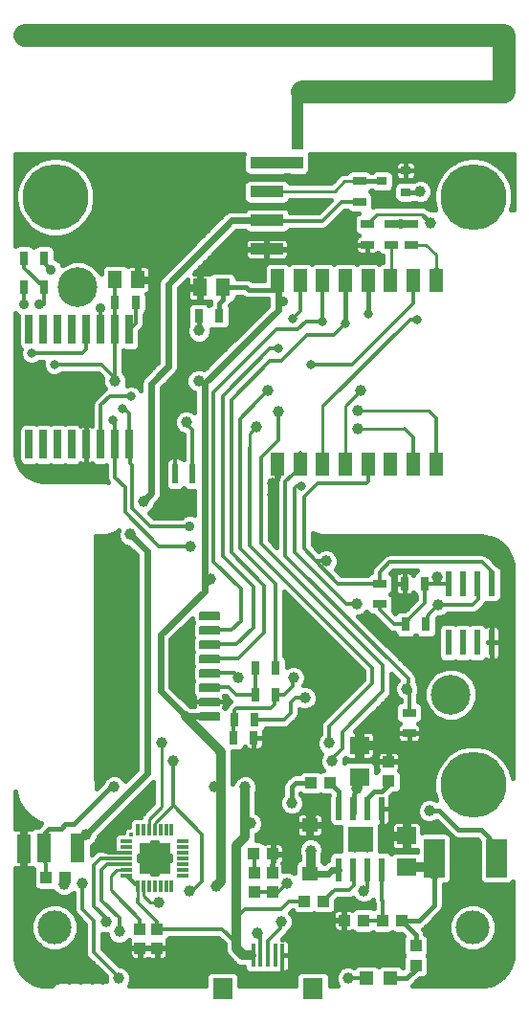
<source format=gtl>
G75*
G70*
%OFA0B0*%
%FSLAX24Y24*%
%IPPOS*%
%LPD*%
%AMOC8*
5,1,8,0,0,1.08239X$1,22.5*
%
%ADD10R,0.0472X0.0787*%
%ADD11C,0.0055*%
%ADD12R,0.0250X0.1000*%
%ADD13R,0.0197X0.0709*%
%ADD14R,0.0315X0.0472*%
%ADD15R,0.0157X0.0787*%
%ADD16R,0.0709X0.0748*%
%ADD17R,0.0394X0.0433*%
%ADD18R,0.0394X0.0118*%
%ADD19R,0.1063X0.1063*%
%ADD20R,0.0171X0.0171*%
%ADD21R,0.0118X0.0394*%
%ADD22R,0.1181X0.0394*%
%ADD23R,0.0512X0.0630*%
%ADD24R,0.0472X0.0315*%
%ADD25R,0.0472X0.0472*%
%ADD26R,0.0433X0.0394*%
%ADD27R,0.0425X0.0413*%
%ADD28R,0.0500X0.1000*%
%ADD29R,0.0240X0.0870*%
%ADD30R,0.0240X0.0810*%
%ADD31R,0.0900X0.0900*%
%ADD32R,0.0579X0.0500*%
%ADD33R,0.0720X0.1350*%
%ADD34R,0.0709X0.0630*%
%ADD35R,0.0354X0.0315*%
%ADD36C,0.0160*%
%ADD37C,0.0240*%
%ADD38C,0.0396*%
%ADD39C,0.0320*%
%ADD40C,0.0120*%
%ADD41C,0.0100*%
%ADD42C,0.0317*%
%ADD43C,0.1181*%
%ADD44C,0.1384*%
%ADD45C,0.2290*%
%ADD46C,0.0357*%
%ADD47C,0.0394*%
%ADD48C,0.0787*%
D10*
X022988Y026130D03*
X023776Y026130D03*
X024563Y026130D03*
X025351Y026130D03*
X026138Y026130D03*
X026925Y026130D03*
X027713Y026130D03*
X028500Y026130D03*
X028500Y032508D03*
X027713Y032508D03*
X026925Y032508D03*
X026138Y032508D03*
X025351Y032508D03*
X024563Y032508D03*
X023776Y032508D03*
X022988Y032508D03*
D11*
X020937Y020948D02*
X020937Y020726D01*
X020283Y020726D01*
X020283Y020948D01*
X020937Y020948D01*
X020937Y020780D02*
X020283Y020780D01*
X020283Y020834D02*
X020937Y020834D01*
X020937Y020888D02*
X020283Y020888D01*
X020283Y020942D02*
X020937Y020942D01*
X020937Y020448D02*
X020937Y020226D01*
X020283Y020226D01*
X020283Y020448D01*
X020937Y020448D01*
X020937Y020280D02*
X020283Y020280D01*
X020283Y020334D02*
X020937Y020334D01*
X020937Y020388D02*
X020283Y020388D01*
X020283Y020442D02*
X020937Y020442D01*
X020937Y019948D02*
X020937Y019726D01*
X020283Y019726D01*
X020283Y019948D01*
X020937Y019948D01*
X020937Y019780D02*
X020283Y019780D01*
X020283Y019834D02*
X020937Y019834D01*
X020937Y019888D02*
X020283Y019888D01*
X020283Y019942D02*
X020937Y019942D01*
X020937Y019448D02*
X020937Y019226D01*
X020283Y019226D01*
X020283Y019448D01*
X020937Y019448D01*
X020937Y019280D02*
X020283Y019280D01*
X020283Y019334D02*
X020937Y019334D01*
X020937Y019388D02*
X020283Y019388D01*
X020283Y019442D02*
X020937Y019442D01*
X020937Y018948D02*
X020937Y018726D01*
X020283Y018726D01*
X020283Y018948D01*
X020937Y018948D01*
X020937Y018780D02*
X020283Y018780D01*
X020283Y018834D02*
X020937Y018834D01*
X020937Y018888D02*
X020283Y018888D01*
X020283Y018942D02*
X020937Y018942D01*
X020937Y018448D02*
X020937Y018226D01*
X020283Y018226D01*
X020283Y018448D01*
X020937Y018448D01*
X020937Y018280D02*
X020283Y018280D01*
X020283Y018334D02*
X020937Y018334D01*
X020937Y018388D02*
X020283Y018388D01*
X020283Y018442D02*
X020937Y018442D01*
X020937Y017948D02*
X020937Y017726D01*
X020283Y017726D01*
X020283Y017948D01*
X020937Y017948D01*
X020937Y017780D02*
X020283Y017780D01*
X020283Y017834D02*
X020937Y017834D01*
X020937Y017888D02*
X020283Y017888D01*
X020283Y017942D02*
X020937Y017942D01*
X020937Y017448D02*
X020937Y017226D01*
X020283Y017226D01*
X020283Y017448D01*
X020937Y017448D01*
X020937Y017280D02*
X020283Y017280D01*
X020283Y017334D02*
X020937Y017334D01*
X020937Y017388D02*
X020283Y017388D01*
X020283Y017442D02*
X020937Y017442D01*
D12*
X017829Y026803D03*
X017329Y026803D03*
X016829Y026803D03*
X016329Y026803D03*
X015829Y026803D03*
X015329Y026803D03*
X014829Y026803D03*
X014329Y026803D03*
X014329Y030803D03*
X014829Y030803D03*
X015329Y030803D03*
X015829Y030803D03*
X016329Y030803D03*
X016829Y030803D03*
X017329Y030803D03*
X017829Y030803D03*
D13*
X019413Y025776D03*
X019413Y025776D03*
X020004Y025776D03*
X020004Y025772D03*
D14*
X020244Y031287D03*
X020953Y031287D03*
X018038Y031767D03*
X017330Y031767D03*
X014851Y032272D03*
X014142Y032272D03*
X014142Y033295D03*
X014851Y033295D03*
X027410Y021957D03*
X028118Y021957D03*
X028158Y020539D03*
X027449Y020539D03*
X022909Y019029D03*
X022200Y019029D03*
X022200Y018089D03*
X022909Y018089D03*
X022176Y017220D03*
X022166Y016583D03*
X021457Y016583D03*
X021467Y017220D03*
D15*
X022134Y009004D03*
X022390Y009004D03*
X022646Y009004D03*
X022902Y009004D03*
X023158Y009004D03*
D16*
X024221Y007843D03*
X021071Y007843D03*
D17*
X018788Y009260D03*
X018197Y009260D03*
X018197Y009929D03*
X018788Y009929D03*
X015579Y011720D03*
X014910Y011720D03*
X022173Y011898D03*
X022154Y012547D03*
X022823Y012547D03*
X022803Y011898D03*
X022803Y011228D03*
X022173Y011228D03*
X023925Y010894D03*
X024595Y010894D03*
X025303Y010224D03*
X025973Y010224D03*
X026642Y010224D03*
X027311Y010224D03*
D18*
X019693Y011799D03*
X019693Y011996D03*
X019693Y012193D03*
X019693Y012390D03*
X019693Y012587D03*
X019693Y012783D03*
X019693Y012980D03*
X017725Y012980D03*
X017725Y012783D03*
X017725Y012587D03*
X017725Y012390D03*
X017725Y012193D03*
X017725Y011996D03*
X017725Y011799D03*
D19*
X018709Y012390D03*
D20*
X017881Y013218D03*
D21*
X018118Y013374D03*
X018315Y013374D03*
X018512Y013374D03*
X018709Y013374D03*
X018906Y013374D03*
X019103Y013374D03*
X019299Y013374D03*
X019299Y011406D03*
X019103Y011406D03*
X018906Y011406D03*
X018709Y011406D03*
X018512Y011406D03*
X018315Y011406D03*
X018118Y011406D03*
D22*
X022607Y033606D03*
X022607Y034606D03*
X022607Y035606D03*
X022607Y036606D03*
D23*
X021071Y032272D03*
X020284Y032272D03*
X018118Y032547D03*
X017331Y032547D03*
D24*
X026110Y033768D03*
X026110Y034476D03*
X026937Y034476D03*
X026937Y033768D03*
X027646Y033768D03*
X027646Y034476D03*
X025835Y035264D03*
X025835Y035972D03*
X026544Y021957D03*
X026544Y021248D03*
X027567Y017469D03*
X027567Y016760D03*
D25*
X026918Y008217D03*
X026091Y008217D03*
D26*
X027803Y008669D03*
X027803Y009339D03*
X026859Y015087D03*
X026859Y015756D03*
X024831Y015028D03*
X024162Y015028D03*
D27*
X023670Y036612D03*
X023670Y037301D03*
D28*
X016032Y012744D03*
X014851Y012744D03*
X014135Y012733D03*
D29*
X028943Y019903D03*
X029443Y019903D03*
X029943Y019903D03*
X030443Y019903D03*
X030443Y021963D03*
X029943Y021963D03*
X029443Y021963D03*
X028943Y021963D03*
D30*
X026624Y014119D03*
X026124Y014119D03*
X025624Y014119D03*
X025124Y014119D03*
X025124Y011999D03*
X025624Y011999D03*
X026124Y011999D03*
X026624Y011999D03*
D31*
X025874Y013059D03*
D32*
X024103Y013551D03*
X024103Y011858D03*
D33*
X028446Y012390D03*
X030626Y012390D03*
D34*
X027488Y012075D03*
X027488Y013177D03*
X025835Y015224D03*
X025835Y016327D03*
D35*
X027449Y035598D03*
X027449Y036346D03*
X026622Y035972D03*
D36*
X013918Y008624D02*
X014061Y008377D01*
X014263Y008175D01*
X014510Y008032D01*
X014786Y007958D01*
X014929Y007949D01*
X015103Y007949D01*
X015192Y008038D01*
X015405Y008126D01*
X015635Y008126D01*
X015717Y008092D01*
X015799Y008126D01*
X016029Y008126D01*
X016110Y008092D01*
X016192Y008126D01*
X016422Y008126D01*
X016504Y008092D01*
X016586Y008126D01*
X016816Y008126D01*
X016898Y008092D01*
X016980Y008126D01*
X017013Y008126D01*
X017011Y008129D01*
X017011Y008270D01*
X016329Y008952D01*
X016283Y009062D01*
X016283Y010100D01*
X015935Y010448D01*
X015889Y010558D01*
X015889Y011199D01*
X015796Y011106D01*
X015635Y011040D01*
X015461Y011040D01*
X015300Y011106D01*
X015177Y011230D01*
X015161Y011267D01*
X015154Y011264D01*
X014665Y011264D01*
X014577Y011300D01*
X014509Y011368D01*
X014473Y011456D01*
X014473Y011985D01*
X014491Y012030D01*
X014465Y012041D01*
X014443Y012062D01*
X014409Y012053D01*
X014180Y012053D01*
X014180Y012688D01*
X014090Y012688D01*
X014090Y012053D01*
X013862Y012053D01*
X013835Y012061D01*
X013835Y009043D01*
X013844Y008900D01*
X013918Y008624D01*
X013945Y008578D02*
X016703Y008578D01*
X016861Y008420D02*
X014036Y008420D01*
X014177Y008261D02*
X017011Y008261D01*
X016924Y008103D02*
X016872Y008103D01*
X016530Y008103D02*
X016478Y008103D01*
X016136Y008103D02*
X016085Y008103D01*
X015743Y008103D02*
X015691Y008103D01*
X015349Y008103D02*
X014388Y008103D01*
X013888Y008737D02*
X016544Y008737D01*
X016386Y008895D02*
X013845Y008895D01*
X013835Y009054D02*
X016287Y009054D01*
X016283Y009212D02*
X015521Y009212D01*
X015390Y009158D02*
X015695Y009284D01*
X015929Y009518D01*
X016055Y009823D01*
X016055Y010153D01*
X015929Y010459D01*
X015695Y010692D01*
X015390Y010819D01*
X015059Y010819D01*
X014754Y010692D01*
X014521Y010459D01*
X014394Y010153D01*
X014394Y009823D01*
X014521Y009518D01*
X014754Y009284D01*
X015059Y009158D01*
X015390Y009158D01*
X015782Y009371D02*
X016283Y009371D01*
X016283Y009529D02*
X015933Y009529D01*
X015999Y009688D02*
X016283Y009688D01*
X016283Y009846D02*
X016055Y009846D01*
X016055Y010005D02*
X016283Y010005D01*
X016220Y010163D02*
X016051Y010163D01*
X016062Y010322D02*
X015986Y010322D01*
X015922Y010480D02*
X015907Y010480D01*
X015889Y010639D02*
X015749Y010639D01*
X015889Y010797D02*
X015442Y010797D01*
X015292Y011114D02*
X013835Y011114D01*
X013835Y010956D02*
X015889Y010956D01*
X015889Y011114D02*
X015804Y011114D01*
X015007Y010797D02*
X013835Y010797D01*
X013835Y010639D02*
X014700Y010639D01*
X014542Y010480D02*
X013835Y010480D01*
X013835Y010322D02*
X014464Y010322D01*
X014398Y010163D02*
X013835Y010163D01*
X013835Y010005D02*
X014394Y010005D01*
X014394Y009846D02*
X013835Y009846D01*
X013835Y009688D02*
X014450Y009688D01*
X014516Y009529D02*
X013835Y009529D01*
X013835Y009371D02*
X014668Y009371D01*
X014928Y009212D02*
X013835Y009212D01*
X013835Y011273D02*
X014644Y011273D01*
X014483Y011431D02*
X013835Y011431D01*
X013835Y011590D02*
X014473Y011590D01*
X014473Y011748D02*
X013835Y011748D01*
X013835Y011907D02*
X014473Y011907D01*
X014180Y012065D02*
X014090Y012065D01*
X014090Y012224D02*
X014180Y012224D01*
X014180Y012382D02*
X014090Y012382D01*
X014090Y012541D02*
X014180Y012541D01*
X014180Y012778D02*
X014090Y012778D01*
X014090Y013413D01*
X013862Y013413D01*
X013835Y013406D01*
X013835Y014705D01*
X013917Y014399D01*
X014104Y014074D01*
X014369Y013809D01*
X014694Y013621D01*
X014749Y013606D01*
X014709Y013567D01*
X014626Y013484D01*
X014553Y013484D01*
X014465Y013448D01*
X014426Y013409D01*
X014409Y013413D01*
X014180Y013413D01*
X014180Y012778D01*
X014180Y012858D02*
X014090Y012858D01*
X014090Y013016D02*
X014180Y013016D01*
X014180Y013175D02*
X014090Y013175D01*
X014090Y013333D02*
X014180Y013333D01*
X013835Y013492D02*
X014634Y013492D01*
X014644Y013650D02*
X013835Y013650D01*
X013835Y013809D02*
X014370Y013809D01*
X014211Y013967D02*
X013835Y013967D01*
X013835Y014126D02*
X014074Y014126D01*
X013983Y014284D02*
X013835Y014284D01*
X013835Y014443D02*
X013905Y014443D01*
X013862Y014601D02*
X013835Y014601D01*
X015008Y013413D02*
X014890Y013295D01*
X014890Y012783D01*
X014851Y012744D01*
X014890Y012469D01*
X015008Y013413D02*
X015441Y013413D01*
X015599Y013571D01*
X015874Y013571D01*
X017173Y014870D01*
X017292Y014870D01*
X016886Y015035D02*
X016669Y014818D01*
X016669Y015136D01*
X016665Y015151D01*
X016665Y023603D01*
X017032Y023603D01*
X017353Y023736D01*
X017353Y023736D01*
X017447Y023830D01*
X017418Y023758D01*
X017418Y023584D01*
X017485Y023423D01*
X017608Y023300D01*
X017769Y023233D01*
X017785Y023233D01*
X018073Y022945D01*
X018073Y015492D01*
X017674Y015092D01*
X017663Y015118D01*
X017540Y015241D01*
X017379Y015308D01*
X017204Y015308D01*
X017043Y015241D01*
X016920Y015118D01*
X016886Y015035D01*
X016903Y015077D02*
X016669Y015077D01*
X016665Y015235D02*
X017037Y015235D01*
X016665Y015394D02*
X017975Y015394D01*
X018073Y015552D02*
X016665Y015552D01*
X016665Y015711D02*
X018073Y015711D01*
X018073Y015869D02*
X016665Y015869D01*
X016665Y016028D02*
X018073Y016028D01*
X018073Y016186D02*
X016665Y016186D01*
X016665Y016345D02*
X018073Y016345D01*
X018073Y016503D02*
X016665Y016503D01*
X016665Y016662D02*
X018073Y016662D01*
X018073Y016820D02*
X016665Y016820D01*
X016665Y016979D02*
X018073Y016979D01*
X018073Y017137D02*
X016665Y017137D01*
X016665Y017296D02*
X018073Y017296D01*
X018073Y017454D02*
X016665Y017454D01*
X016665Y017613D02*
X018073Y017613D01*
X018073Y017771D02*
X016665Y017771D01*
X016665Y017930D02*
X018073Y017930D01*
X018073Y018088D02*
X016665Y018088D01*
X016665Y018247D02*
X018073Y018247D01*
X018073Y018405D02*
X016665Y018405D01*
X016665Y018564D02*
X018073Y018564D01*
X018073Y018722D02*
X016665Y018722D01*
X016665Y018881D02*
X018073Y018881D01*
X018073Y019039D02*
X016665Y019039D01*
X016665Y019198D02*
X018073Y019198D01*
X018073Y019356D02*
X016665Y019356D01*
X016665Y019515D02*
X018073Y019515D01*
X018073Y019673D02*
X016665Y019673D01*
X016665Y019832D02*
X018073Y019832D01*
X018073Y019990D02*
X016665Y019990D01*
X016665Y020149D02*
X018073Y020149D01*
X018073Y020307D02*
X016665Y020307D01*
X016665Y020466D02*
X018073Y020466D01*
X018073Y020624D02*
X016665Y020624D01*
X016665Y020783D02*
X018073Y020783D01*
X018073Y020941D02*
X016665Y020941D01*
X016665Y021100D02*
X018073Y021100D01*
X018073Y021258D02*
X016665Y021258D01*
X016665Y021417D02*
X018073Y021417D01*
X018073Y021575D02*
X016665Y021575D01*
X016665Y021734D02*
X018073Y021734D01*
X018073Y021892D02*
X016665Y021892D01*
X016665Y022051D02*
X018073Y022051D01*
X018073Y022209D02*
X016665Y022209D01*
X016665Y022368D02*
X018073Y022368D01*
X018073Y022526D02*
X016665Y022526D01*
X016665Y022685D02*
X018073Y022685D01*
X018073Y022843D02*
X016665Y022843D01*
X016665Y023002D02*
X018017Y023002D01*
X017858Y023160D02*
X016665Y023160D01*
X016665Y023319D02*
X017589Y023319D01*
X017462Y023477D02*
X016665Y023477D01*
X017112Y023636D02*
X017418Y023636D01*
X017412Y023794D02*
X017433Y023794D01*
X018505Y024435D02*
X018563Y024459D01*
X018687Y024583D01*
X018753Y024744D01*
X018753Y024760D01*
X018896Y024902D01*
X018951Y025035D01*
X018951Y028776D01*
X019172Y028997D01*
X019179Y029014D01*
X019490Y029325D01*
X019545Y029457D01*
X019545Y032244D01*
X019848Y032547D01*
X019848Y032320D01*
X020236Y032320D01*
X020236Y032767D01*
X020067Y032767D01*
X021547Y034246D01*
X021840Y034246D01*
X021880Y034206D01*
X021968Y034169D01*
X023245Y034169D01*
X023333Y034206D01*
X023401Y034273D01*
X023409Y034294D01*
X024595Y034294D01*
X024706Y034340D01*
X024790Y034425D01*
X025329Y034964D01*
X025402Y034964D01*
X025463Y034903D01*
X025551Y034866D01*
X025808Y034866D01*
X025738Y034837D01*
X025671Y034770D01*
X025634Y034682D01*
X025634Y034271D01*
X025671Y034183D01*
X025738Y034115D01*
X025800Y034090D01*
X025764Y034069D01*
X025730Y034036D01*
X025707Y033995D01*
X025694Y033949D01*
X025694Y033768D01*
X026110Y033768D01*
X026110Y033768D01*
X025694Y033768D01*
X025694Y033587D01*
X025707Y033541D01*
X025730Y033500D01*
X025764Y033466D01*
X025805Y033443D01*
X025851Y033430D01*
X026110Y033430D01*
X026110Y033768D01*
X026111Y033768D01*
X026111Y033430D01*
X026370Y033430D01*
X026416Y033443D01*
X026457Y033466D01*
X026488Y033497D01*
X026498Y033474D01*
X026565Y033407D01*
X026647Y033373D01*
X026647Y033142D01*
X026641Y033142D01*
X026553Y033105D01*
X026532Y033084D01*
X026510Y033105D01*
X026422Y033142D01*
X025854Y033142D01*
X025766Y033105D01*
X025744Y033084D01*
X025723Y033105D01*
X025635Y033142D01*
X025067Y033142D01*
X024978Y033105D01*
X024957Y033084D01*
X024935Y033105D01*
X024847Y033142D01*
X024279Y033142D01*
X024191Y033105D01*
X024170Y033084D01*
X024148Y033105D01*
X024060Y033142D01*
X023492Y033142D01*
X023404Y033105D01*
X023382Y033084D01*
X023361Y033105D01*
X023272Y033142D01*
X022704Y033142D01*
X022616Y033105D01*
X022549Y033038D01*
X022512Y032949D01*
X022512Y032513D01*
X022109Y032513D01*
X022079Y032543D01*
X021962Y032592D01*
X021567Y032592D01*
X021567Y032634D01*
X021530Y032723D01*
X021463Y032790D01*
X021375Y032827D01*
X020767Y032827D01*
X020679Y032790D01*
X020631Y032742D01*
X020609Y032754D01*
X020563Y032767D01*
X020332Y032767D01*
X020332Y032320D01*
X020236Y032320D01*
X020236Y032224D01*
X019848Y032224D01*
X019848Y031933D01*
X019860Y031887D01*
X019884Y031846D01*
X019917Y031813D01*
X019958Y031789D01*
X020004Y031777D01*
X020236Y031777D01*
X020236Y032224D01*
X020332Y032224D01*
X020332Y031777D01*
X020563Y031777D01*
X020609Y031789D01*
X020631Y031802D01*
X020638Y031795D01*
X020633Y031784D01*
X020633Y031701D01*
X020599Y031666D01*
X020538Y031727D01*
X020450Y031764D01*
X020039Y031764D01*
X019951Y031727D01*
X019883Y031660D01*
X019847Y031571D01*
X019847Y031003D01*
X019859Y030973D01*
X019811Y030857D01*
X019811Y030683D01*
X019878Y030522D01*
X020001Y030399D01*
X020162Y030332D01*
X020337Y030332D01*
X020498Y030399D01*
X020621Y030522D01*
X020688Y030683D01*
X020688Y030836D01*
X020748Y030811D01*
X021158Y030811D01*
X021246Y030848D01*
X021314Y030915D01*
X021350Y031003D01*
X021350Y031571D01*
X021323Y031638D01*
X021342Y031657D01*
X021367Y031717D01*
X021375Y031717D01*
X021463Y031753D01*
X021530Y031821D01*
X021567Y031909D01*
X021567Y031952D01*
X021765Y031952D01*
X021795Y031922D01*
X021913Y031873D01*
X022640Y031873D01*
X022640Y031633D01*
X020423Y029416D01*
X020322Y029458D01*
X020148Y029458D01*
X019987Y029391D01*
X019864Y029268D01*
X019797Y029107D01*
X019797Y028932D01*
X019864Y028771D01*
X019987Y028648D01*
X020085Y028608D01*
X020085Y027933D01*
X020059Y027958D01*
X019898Y028025D01*
X019724Y028025D01*
X019563Y027958D01*
X019440Y027835D01*
X019373Y027674D01*
X019373Y027499D01*
X019440Y027338D01*
X019563Y027215D01*
X019724Y027149D01*
X019725Y027149D01*
X019725Y026288D01*
X019709Y026272D01*
X019648Y026333D01*
X019560Y026370D01*
X019267Y026370D01*
X019179Y026333D01*
X019112Y026266D01*
X019075Y026178D01*
X019075Y025374D01*
X019112Y025285D01*
X019179Y025218D01*
X019267Y025181D01*
X019560Y025181D01*
X019648Y025218D01*
X019707Y025277D01*
X019770Y025214D01*
X019858Y025177D01*
X020085Y025177D01*
X020085Y024353D01*
X020013Y024383D01*
X019846Y024383D01*
X019692Y024319D01*
X019638Y024265D01*
X018676Y024265D01*
X018505Y024435D01*
X018512Y024428D02*
X020085Y024428D01*
X020085Y024587D02*
X018688Y024587D01*
X018753Y024745D02*
X020085Y024745D01*
X020085Y024904D02*
X018896Y024904D01*
X018951Y025062D02*
X020085Y025062D01*
X019763Y025221D02*
X019651Y025221D01*
X019176Y025221D02*
X018951Y025221D01*
X018951Y025379D02*
X019075Y025379D01*
X019075Y025538D02*
X018951Y025538D01*
X018951Y025696D02*
X019075Y025696D01*
X019075Y025855D02*
X018951Y025855D01*
X018951Y026013D02*
X019075Y026013D01*
X019075Y026172D02*
X018951Y026172D01*
X018951Y026330D02*
X019176Y026330D01*
X018951Y026489D02*
X019725Y026489D01*
X019725Y026647D02*
X018951Y026647D01*
X018951Y026806D02*
X019725Y026806D01*
X019725Y026964D02*
X018951Y026964D01*
X018951Y027123D02*
X019725Y027123D01*
X019497Y027281D02*
X018951Y027281D01*
X018951Y027440D02*
X019398Y027440D01*
X019373Y027598D02*
X018951Y027598D01*
X018951Y027757D02*
X019407Y027757D01*
X019520Y027915D02*
X018951Y027915D01*
X018951Y028074D02*
X020085Y028074D01*
X020085Y028232D02*
X018951Y028232D01*
X018951Y028391D02*
X020085Y028391D01*
X020085Y028549D02*
X018951Y028549D01*
X018951Y028708D02*
X019928Y028708D01*
X019825Y028866D02*
X019041Y028866D01*
X019189Y029025D02*
X019797Y029025D01*
X019829Y029183D02*
X019348Y029183D01*
X019497Y029342D02*
X019937Y029342D01*
X019545Y029500D02*
X020507Y029500D01*
X020665Y029659D02*
X019545Y029659D01*
X019545Y029817D02*
X020824Y029817D01*
X020982Y029976D02*
X019545Y029976D01*
X019545Y030134D02*
X021141Y030134D01*
X021299Y030293D02*
X019545Y030293D01*
X019545Y030451D02*
X019949Y030451D01*
X019842Y030610D02*
X019545Y030610D01*
X019545Y030768D02*
X019811Y030768D01*
X019840Y030927D02*
X019545Y030927D01*
X019545Y031085D02*
X019847Y031085D01*
X019847Y031244D02*
X019545Y031244D01*
X019545Y031402D02*
X019847Y031402D01*
X019847Y031561D02*
X019545Y031561D01*
X019545Y031719D02*
X019943Y031719D01*
X019866Y031878D02*
X019545Y031878D01*
X019545Y032036D02*
X019848Y032036D01*
X019848Y032195D02*
X019545Y032195D01*
X019654Y032353D02*
X019848Y032353D01*
X019848Y032512D02*
X019812Y032512D01*
X020236Y032512D02*
X020332Y032512D01*
X020332Y032670D02*
X020236Y032670D01*
X020129Y032829D02*
X022512Y032829D01*
X022528Y032987D02*
X020288Y032987D01*
X020446Y033146D02*
X026647Y033146D01*
X026647Y033304D02*
X023344Y033304D01*
X023341Y033299D02*
X023365Y033340D01*
X023377Y033386D01*
X023377Y033588D01*
X022625Y033588D01*
X022625Y033625D01*
X022588Y033625D01*
X022588Y033983D01*
X021992Y033983D01*
X021947Y033971D01*
X021905Y033947D01*
X021872Y033914D01*
X021848Y033873D01*
X021836Y033827D01*
X021836Y033625D01*
X022588Y033625D01*
X022588Y033588D01*
X021836Y033588D01*
X021836Y033386D01*
X021848Y033340D01*
X021872Y033299D01*
X021905Y033265D01*
X021947Y033242D01*
X021992Y033229D01*
X022588Y033229D01*
X022588Y033588D01*
X022625Y033588D01*
X022625Y033229D01*
X023221Y033229D01*
X023267Y033242D01*
X023308Y033265D01*
X023341Y033299D01*
X023377Y033463D02*
X025770Y033463D01*
X025694Y033621D02*
X022625Y033621D01*
X022625Y033625D02*
X023377Y033625D01*
X023377Y033827D01*
X023365Y033873D01*
X023341Y033914D01*
X023308Y033947D01*
X023267Y033971D01*
X023221Y033983D01*
X022625Y033983D01*
X022625Y033625D01*
X022588Y033621D02*
X020922Y033621D01*
X021080Y033780D02*
X021836Y033780D01*
X021896Y033938D02*
X021239Y033938D01*
X021397Y034097D02*
X025784Y034097D01*
X025694Y033938D02*
X023317Y033938D01*
X023377Y033780D02*
X025694Y033780D01*
X026110Y033621D02*
X026111Y033621D01*
X026110Y033463D02*
X026111Y033463D01*
X026451Y033463D02*
X026509Y033463D01*
X026138Y032508D02*
X026150Y032134D01*
X026150Y031366D01*
X025351Y031012D02*
X025351Y032508D01*
X025641Y034255D02*
X023382Y034255D01*
X023419Y034894D02*
X023401Y034939D01*
X023333Y035007D01*
X023245Y035043D01*
X021968Y035043D01*
X021880Y035007D01*
X021840Y034966D01*
X021326Y034966D01*
X021194Y034911D01*
X018879Y032597D01*
X018825Y032465D01*
X018825Y029678D01*
X018561Y029415D01*
X018554Y029398D01*
X018387Y029230D01*
X018286Y029129D01*
X018231Y028997D01*
X018231Y028692D01*
X018220Y028718D01*
X018108Y028830D01*
X017961Y028891D01*
X017803Y028891D01*
X017734Y028862D01*
X017763Y028932D01*
X017763Y029107D01*
X017697Y029268D01*
X017625Y029339D01*
X017625Y030076D01*
X017656Y030063D01*
X018002Y030063D01*
X018090Y030100D01*
X018157Y030167D01*
X018194Y030255D01*
X018194Y030744D01*
X018208Y030758D01*
X018208Y030758D01*
X018293Y030843D01*
X018338Y030953D01*
X018338Y031334D01*
X018399Y031395D01*
X018436Y031483D01*
X018436Y032051D01*
X018431Y032061D01*
X018444Y032065D01*
X018485Y032088D01*
X018518Y032122D01*
X018542Y032163D01*
X018554Y032209D01*
X018554Y032499D01*
X018166Y032499D01*
X018166Y032595D01*
X018070Y032595D01*
X018070Y033042D01*
X017839Y033042D01*
X017793Y033030D01*
X017771Y033017D01*
X017723Y033066D01*
X017635Y033102D01*
X017027Y033102D01*
X016939Y033066D01*
X016872Y032998D01*
X016835Y032910D01*
X016835Y032768D01*
X016822Y032800D01*
X016560Y033062D01*
X016217Y033204D01*
X015846Y033204D01*
X015504Y033062D01*
X015482Y033040D01*
X015442Y033139D01*
X015324Y033256D01*
X015248Y033288D01*
X015248Y033579D01*
X015212Y033667D01*
X015144Y033735D01*
X015056Y033771D01*
X014645Y033771D01*
X014557Y033735D01*
X014496Y033674D01*
X014435Y033735D01*
X014347Y033771D01*
X013937Y033771D01*
X013849Y033735D01*
X013835Y033721D01*
X013835Y036914D01*
X021802Y036914D01*
X021776Y036851D01*
X021776Y036362D01*
X021813Y036273D01*
X021880Y036206D01*
X021968Y036169D01*
X022521Y036169D01*
X022522Y036169D01*
X022608Y036169D01*
X023245Y036169D01*
X023254Y036173D01*
X023389Y036174D01*
X023409Y036166D01*
X023930Y036166D01*
X024018Y036202D01*
X024086Y036270D01*
X024122Y036358D01*
X024122Y036867D01*
X024103Y036914D01*
X031221Y036914D01*
X031221Y034992D01*
X031130Y034992D01*
X031196Y035239D01*
X031196Y035604D01*
X031102Y035956D01*
X030919Y036272D01*
X030662Y036529D01*
X030346Y036712D01*
X029994Y036806D01*
X029629Y036806D01*
X029277Y036712D01*
X028961Y036529D01*
X028703Y036272D01*
X028521Y035956D01*
X028426Y035604D01*
X028426Y035239D01*
X028493Y034992D01*
X028346Y034992D01*
X028308Y034976D01*
X028260Y035023D01*
X028188Y035053D01*
X028165Y035077D01*
X028058Y035121D01*
X026407Y035121D01*
X026311Y035081D01*
X026311Y035469D01*
X026275Y035557D01*
X026214Y035618D01*
X026248Y035652D01*
X026268Y035652D01*
X026309Y035611D01*
X026397Y035575D01*
X026847Y035575D01*
X026935Y035611D01*
X027003Y035679D01*
X027032Y035749D01*
X027032Y035393D01*
X027068Y035305D01*
X027136Y035237D01*
X027224Y035201D01*
X027674Y035201D01*
X027749Y035232D01*
X027874Y035180D01*
X028048Y035180D01*
X028209Y035247D01*
X028332Y035370D01*
X028399Y035531D01*
X028399Y035705D01*
X028332Y035866D01*
X028209Y035990D01*
X028048Y036056D01*
X027874Y036056D01*
X027713Y035990D01*
X027706Y035983D01*
X027674Y035996D01*
X027224Y035996D01*
X027136Y035959D01*
X027068Y035892D01*
X027039Y035822D01*
X027039Y036178D01*
X027003Y036266D01*
X026935Y036333D01*
X026847Y036370D01*
X026397Y036370D01*
X026309Y036333D01*
X026268Y036292D01*
X026248Y036292D01*
X026207Y036333D01*
X026119Y036370D01*
X025551Y036370D01*
X025463Y036333D01*
X025395Y036266D01*
X025394Y036262D01*
X025265Y036262D01*
X025159Y036218D01*
X025077Y036137D01*
X024849Y035908D01*
X023413Y035908D01*
X023401Y035939D01*
X023333Y036007D01*
X023245Y036043D01*
X021968Y036043D01*
X021880Y036007D01*
X021813Y035939D01*
X021776Y035851D01*
X021776Y035362D01*
X021813Y035273D01*
X021880Y035206D01*
X016620Y035206D01*
X016629Y035239D02*
X016535Y034887D01*
X016353Y034571D01*
X016095Y034313D01*
X015779Y034131D01*
X015427Y034036D01*
X015062Y034036D01*
X014710Y034131D01*
X014394Y034313D01*
X014136Y034571D01*
X013954Y034887D01*
X013859Y035239D01*
X013859Y035604D01*
X013954Y035956D01*
X014136Y036272D01*
X014394Y036529D01*
X014710Y036712D01*
X015062Y036806D01*
X015427Y036806D01*
X015779Y036712D01*
X016095Y036529D01*
X016353Y036272D01*
X016535Y035956D01*
X016629Y035604D01*
X016629Y035239D01*
X016629Y035365D02*
X021776Y035365D01*
X021776Y035523D02*
X016629Y035523D01*
X016608Y035682D02*
X021776Y035682D01*
X021776Y035840D02*
X016566Y035840D01*
X016510Y035999D02*
X021872Y035999D01*
X021795Y036316D02*
X016309Y036316D01*
X016419Y036157D02*
X025098Y036157D01*
X024939Y035999D02*
X023341Y035999D01*
X023423Y035328D02*
X024845Y035328D01*
X024411Y034894D01*
X023419Y034894D01*
X023333Y035206D02*
X023401Y035273D01*
X023423Y035328D01*
X023333Y035206D02*
X024723Y035206D01*
X024564Y035048D02*
X016578Y035048D01*
X016535Y034889D02*
X021172Y034889D01*
X021013Y034731D02*
X016445Y034731D01*
X016353Y034572D02*
X020855Y034572D01*
X020696Y034414D02*
X016195Y034414D01*
X015994Y034255D02*
X020538Y034255D01*
X020379Y034097D02*
X015651Y034097D01*
X015231Y033621D02*
X019904Y033621D01*
X020062Y033780D02*
X013835Y033780D01*
X013835Y033938D02*
X020221Y033938D01*
X020763Y033463D02*
X021836Y033463D01*
X021869Y033304D02*
X020605Y033304D01*
X019745Y033463D02*
X015248Y033463D01*
X015248Y033304D02*
X019587Y033304D01*
X019428Y033146D02*
X016358Y033146D01*
X016635Y032987D02*
X016867Y032987D01*
X016835Y032829D02*
X016793Y032829D01*
X015706Y033146D02*
X015435Y033146D01*
X014837Y034097D02*
X013835Y034097D01*
X013835Y034255D02*
X014495Y034255D01*
X014294Y034414D02*
X013835Y034414D01*
X013835Y034572D02*
X014136Y034572D01*
X014044Y034731D02*
X013835Y034731D01*
X013835Y034889D02*
X013953Y034889D01*
X013911Y035048D02*
X013835Y035048D01*
X013835Y035206D02*
X013868Y035206D01*
X013859Y035365D02*
X013835Y035365D01*
X013835Y035523D02*
X013859Y035523D01*
X013835Y035682D02*
X013880Y035682D01*
X013923Y035840D02*
X013835Y035840D01*
X013835Y035999D02*
X013979Y035999D01*
X014070Y036157D02*
X013835Y036157D01*
X013835Y036316D02*
X014180Y036316D01*
X014339Y036474D02*
X013835Y036474D01*
X013835Y036633D02*
X014573Y036633D01*
X015006Y036791D02*
X013835Y036791D01*
X015483Y036791D02*
X021776Y036791D01*
X021776Y036633D02*
X015916Y036633D01*
X016150Y036474D02*
X021776Y036474D01*
X021880Y035206D02*
X021968Y035169D01*
X023245Y035169D01*
X023333Y035206D01*
X024105Y036316D02*
X025445Y036316D01*
X025835Y035972D02*
X026622Y035972D01*
X027039Y035999D02*
X027735Y035999D01*
X027696Y036021D02*
X027737Y036045D01*
X027770Y036078D01*
X027794Y036119D01*
X027806Y036165D01*
X027806Y036346D01*
X027449Y036346D01*
X027449Y036346D01*
X027449Y036009D01*
X027248Y036009D01*
X027202Y036021D01*
X027161Y036045D01*
X027128Y036078D01*
X027104Y036119D01*
X027092Y036165D01*
X027092Y036346D01*
X027449Y036346D01*
X027449Y036009D01*
X027650Y036009D01*
X027696Y036021D01*
X027804Y036157D02*
X028637Y036157D01*
X028545Y035999D02*
X028187Y035999D01*
X028343Y035840D02*
X028490Y035840D01*
X028447Y035682D02*
X028399Y035682D01*
X028396Y035523D02*
X028426Y035523D01*
X028426Y035365D02*
X028327Y035365D01*
X028435Y035206D02*
X028111Y035206D01*
X028202Y035048D02*
X028478Y035048D01*
X028079Y034752D02*
X028315Y034516D01*
X027646Y034476D02*
X027292Y034476D01*
X026937Y034476D01*
X027212Y035206D02*
X026311Y035206D01*
X026311Y035365D02*
X027044Y035365D01*
X027032Y035523D02*
X026289Y035523D01*
X027004Y035682D02*
X027032Y035682D01*
X027039Y035840D02*
X027047Y035840D01*
X027039Y036157D02*
X027094Y036157D01*
X027092Y036316D02*
X026953Y036316D01*
X027092Y036346D02*
X027092Y036528D01*
X027104Y036573D01*
X027128Y036614D01*
X027161Y036648D01*
X027202Y036672D01*
X027248Y036684D01*
X027449Y036684D01*
X027449Y036346D01*
X027449Y036346D01*
X027449Y036346D01*
X027092Y036346D01*
X027092Y036474D02*
X024122Y036474D01*
X024122Y036633D02*
X027146Y036633D01*
X027449Y036633D02*
X027449Y036633D01*
X027449Y036684D02*
X027449Y036346D01*
X027806Y036346D01*
X027806Y036528D01*
X027794Y036573D01*
X027770Y036614D01*
X027737Y036648D01*
X027696Y036672D01*
X027650Y036684D01*
X027449Y036684D01*
X027449Y036474D02*
X027449Y036474D01*
X027449Y036346D02*
X027449Y036346D01*
X027449Y036316D02*
X027449Y036316D01*
X027449Y036157D02*
X027449Y036157D01*
X027806Y036316D02*
X028747Y036316D01*
X028906Y036474D02*
X027806Y036474D01*
X027752Y036633D02*
X029140Y036633D01*
X029573Y036791D02*
X024122Y036791D01*
X026225Y036316D02*
X026291Y036316D01*
X027449Y035598D02*
X027941Y035598D01*
X027961Y035618D01*
X027811Y035206D02*
X027686Y035206D01*
X025655Y034731D02*
X025096Y034731D01*
X025255Y034889D02*
X025496Y034889D01*
X025634Y034572D02*
X024938Y034572D01*
X024790Y034425D02*
X024790Y034425D01*
X024779Y034414D02*
X025634Y034414D01*
X022988Y032508D02*
X022941Y032193D01*
X021977Y032193D01*
X021898Y032272D01*
X021071Y032272D01*
X021071Y031839D01*
X020953Y031720D01*
X020953Y031287D01*
X021350Y031244D02*
X022250Y031244D01*
X022409Y031402D02*
X021350Y031402D01*
X021350Y031561D02*
X022567Y031561D01*
X022640Y031719D02*
X021380Y031719D01*
X021554Y031878D02*
X021902Y031878D01*
X021552Y032670D02*
X022512Y032670D01*
X022988Y032508D02*
X023000Y032134D01*
X022092Y031085D02*
X021350Y031085D01*
X021319Y030927D02*
X021933Y030927D01*
X021775Y030768D02*
X020688Y030768D01*
X020657Y030610D02*
X021616Y030610D01*
X021458Y030451D02*
X020550Y030451D01*
X020249Y030770D02*
X020244Y031045D01*
X020244Y031287D01*
X020546Y031719D02*
X020633Y031719D01*
X020332Y031878D02*
X020236Y031878D01*
X020236Y032036D02*
X020332Y032036D01*
X020332Y032195D02*
X020236Y032195D01*
X020236Y032353D02*
X020332Y032353D01*
X019270Y032987D02*
X018504Y032987D01*
X018518Y032973D02*
X018485Y033006D01*
X018444Y033030D01*
X018398Y033042D01*
X018166Y033042D01*
X018166Y032595D01*
X018554Y032595D01*
X018554Y032886D01*
X018542Y032932D01*
X018518Y032973D01*
X018554Y032829D02*
X019111Y032829D01*
X018953Y032670D02*
X018554Y032670D01*
X018554Y032353D02*
X018825Y032353D01*
X018825Y032195D02*
X018551Y032195D01*
X018436Y032036D02*
X018825Y032036D01*
X018825Y031878D02*
X018436Y031878D01*
X018436Y031719D02*
X018825Y031719D01*
X018825Y031561D02*
X018436Y031561D01*
X018402Y031402D02*
X018825Y031402D01*
X018825Y031244D02*
X018338Y031244D01*
X018338Y031085D02*
X018825Y031085D01*
X018825Y030927D02*
X018327Y030927D01*
X018218Y030768D02*
X018825Y030768D01*
X018825Y030610D02*
X018194Y030610D01*
X018194Y030451D02*
X018825Y030451D01*
X018825Y030293D02*
X018194Y030293D01*
X018124Y030134D02*
X018825Y030134D01*
X018825Y029976D02*
X017625Y029976D01*
X017625Y029817D02*
X018825Y029817D01*
X018805Y029659D02*
X017625Y029659D01*
X017625Y029500D02*
X018646Y029500D01*
X018498Y029342D02*
X017625Y029342D01*
X017732Y029183D02*
X018340Y029183D01*
X018387Y029230D02*
X018387Y029230D01*
X018242Y029025D02*
X017763Y029025D01*
X017743Y028866D02*
X017736Y028866D01*
X018021Y028866D02*
X018231Y028866D01*
X018225Y028708D02*
X018231Y028708D01*
X018866Y029201D02*
X018866Y029211D01*
X016975Y028751D02*
X016964Y028746D01*
X016880Y028662D01*
X016575Y028357D01*
X016529Y028247D01*
X016529Y027468D01*
X016523Y027471D01*
X016478Y027483D01*
X016329Y027483D01*
X016180Y027483D01*
X016135Y027471D01*
X016129Y027468D01*
X016090Y027507D01*
X016002Y027543D01*
X015656Y027543D01*
X015579Y027511D01*
X015502Y027543D01*
X015156Y027543D01*
X015079Y027511D01*
X015002Y027543D01*
X014656Y027543D01*
X014579Y027511D01*
X014502Y027543D01*
X014156Y027543D01*
X014068Y027507D01*
X014001Y027439D01*
X013964Y027351D01*
X013964Y026255D01*
X014001Y026167D01*
X014068Y026100D01*
X014156Y026063D01*
X014502Y026063D01*
X014579Y026095D01*
X014656Y026063D01*
X015002Y026063D01*
X015079Y026095D01*
X015156Y026063D01*
X015502Y026063D01*
X015579Y026095D01*
X015656Y026063D01*
X016002Y026063D01*
X016090Y026100D01*
X016129Y026139D01*
X016135Y026135D01*
X016180Y026123D01*
X016329Y026123D01*
X016478Y026123D01*
X016523Y026135D01*
X016529Y026139D01*
X016568Y026100D01*
X016656Y026063D01*
X017002Y026063D01*
X017031Y026075D01*
X017031Y025598D01*
X017076Y025490D01*
X017032Y025508D01*
X014929Y025508D01*
X014786Y025517D01*
X014510Y025591D01*
X014263Y025734D01*
X014061Y025936D01*
X013918Y026183D01*
X013844Y026459D01*
X013835Y026602D01*
X013835Y031397D01*
X013905Y031326D01*
X013964Y031302D01*
X013964Y030255D01*
X014001Y030167D01*
X014043Y030125D01*
X014019Y030068D01*
X014019Y029909D01*
X014080Y029762D01*
X014192Y029650D01*
X014338Y029589D01*
X014497Y029589D01*
X014643Y029650D01*
X014681Y029688D01*
X014812Y029688D01*
X014806Y029674D01*
X014806Y029515D01*
X014867Y029369D01*
X014979Y029256D01*
X015126Y029196D01*
X015284Y029196D01*
X015431Y029256D01*
X015469Y029294D01*
X016734Y029294D01*
X016897Y029131D01*
X016887Y029107D01*
X016887Y028932D01*
X016954Y028771D01*
X016975Y028751D01*
X016925Y028708D02*
X013835Y028708D01*
X013835Y028866D02*
X016915Y028866D01*
X016887Y029025D02*
X013835Y029025D01*
X013835Y029183D02*
X016846Y029183D01*
X016767Y028549D02*
X013835Y028549D01*
X013835Y028391D02*
X016608Y028391D01*
X016529Y028232D02*
X013835Y028232D01*
X013835Y028074D02*
X016529Y028074D01*
X016529Y027915D02*
X013835Y027915D01*
X013835Y027757D02*
X016529Y027757D01*
X016529Y027598D02*
X013835Y027598D01*
X013835Y027440D02*
X014001Y027440D01*
X013964Y027281D02*
X013835Y027281D01*
X013835Y027123D02*
X013964Y027123D01*
X013964Y026964D02*
X013835Y026964D01*
X013835Y026806D02*
X013964Y026806D01*
X013964Y026647D02*
X013835Y026647D01*
X013842Y026489D02*
X013964Y026489D01*
X013964Y026330D02*
X013879Y026330D01*
X013925Y026172D02*
X013999Y026172D01*
X014016Y026013D02*
X017031Y026013D01*
X017031Y025855D02*
X014142Y025855D01*
X014328Y025696D02*
X017031Y025696D01*
X017056Y025538D02*
X014710Y025538D01*
X016329Y026123D02*
X016329Y026803D01*
X016329Y026123D01*
X016329Y026172D02*
X016329Y026172D01*
X016329Y026330D02*
X016329Y026330D01*
X016329Y026489D02*
X016329Y026489D01*
X016329Y026647D02*
X016329Y026647D01*
X016329Y026803D02*
X016329Y026803D01*
X016329Y027483D01*
X016329Y026803D01*
X016329Y026803D01*
X016329Y026806D02*
X016329Y026806D01*
X016329Y026964D02*
X016329Y026964D01*
X016329Y027123D02*
X016329Y027123D01*
X016329Y027281D02*
X016329Y027281D01*
X016329Y027440D02*
X016329Y027440D01*
X014894Y029342D02*
X013835Y029342D01*
X013835Y029500D02*
X014813Y029500D01*
X014806Y029659D02*
X014652Y029659D01*
X014183Y029659D02*
X013835Y029659D01*
X013835Y029817D02*
X014057Y029817D01*
X014019Y029976D02*
X013835Y029976D01*
X013835Y030134D02*
X014034Y030134D01*
X013964Y030293D02*
X013835Y030293D01*
X013835Y030451D02*
X013964Y030451D01*
X013964Y030610D02*
X013835Y030610D01*
X013835Y030768D02*
X013964Y030768D01*
X013964Y030927D02*
X013835Y030927D01*
X013835Y031085D02*
X013964Y031085D01*
X013964Y031244D02*
X013835Y031244D01*
X018070Y032670D02*
X018166Y032670D01*
X018166Y032512D02*
X018844Y032512D01*
X018166Y032829D02*
X018070Y032829D01*
X018070Y032987D02*
X018166Y032987D01*
X022588Y033304D02*
X022625Y033304D01*
X022625Y033463D02*
X022588Y033463D01*
X022588Y033780D02*
X022625Y033780D01*
X022625Y033938D02*
X022588Y033938D01*
X028500Y032933D02*
X028500Y032508D01*
X031145Y035048D02*
X031221Y035048D01*
X031221Y035206D02*
X031187Y035206D01*
X031196Y035365D02*
X031221Y035365D01*
X031221Y035523D02*
X031196Y035523D01*
X031175Y035682D02*
X031221Y035682D01*
X031221Y035840D02*
X031133Y035840D01*
X031077Y035999D02*
X031221Y035999D01*
X031221Y036157D02*
X030986Y036157D01*
X030876Y036316D02*
X031221Y036316D01*
X031221Y036474D02*
X030717Y036474D01*
X030483Y036633D02*
X031221Y036633D01*
X031221Y036791D02*
X030050Y036791D01*
X023027Y026092D02*
X023027Y025720D01*
X023026Y025719D01*
X023020Y025708D01*
X023011Y025699D01*
X022993Y025655D01*
X022971Y025613D01*
X022970Y025600D01*
X022965Y025588D01*
X022965Y025541D01*
X022961Y025494D01*
X022965Y025482D01*
X022965Y023214D01*
X022700Y023479D01*
X022707Y025562D01*
X022729Y025556D01*
X022950Y025556D01*
X022950Y026092D01*
X023027Y026092D01*
X023027Y026013D02*
X022950Y026013D01*
X022950Y025855D02*
X023027Y025855D01*
X023010Y025696D02*
X022950Y025696D01*
X022965Y025538D02*
X022707Y025538D01*
X022706Y025379D02*
X022965Y025379D01*
X022965Y025221D02*
X022706Y025221D01*
X022705Y025062D02*
X022965Y025062D01*
X022965Y024904D02*
X022705Y024904D01*
X022704Y024745D02*
X022965Y024745D01*
X022965Y024587D02*
X022704Y024587D01*
X022703Y024428D02*
X022965Y024428D01*
X022965Y024270D02*
X022703Y024270D01*
X022702Y024111D02*
X022965Y024111D01*
X022965Y023953D02*
X022702Y023953D01*
X022701Y023794D02*
X022965Y023794D01*
X022965Y023636D02*
X022701Y023636D01*
X022702Y023477D02*
X022965Y023477D01*
X022965Y023319D02*
X022861Y023319D01*
X024206Y023319D02*
X030811Y023319D01*
X030753Y023376D02*
X030955Y023174D01*
X031098Y022927D01*
X031172Y022651D01*
X031182Y022508D01*
X031182Y015185D01*
X031102Y015483D01*
X030919Y015799D01*
X030662Y016057D01*
X030346Y016239D01*
X029994Y016334D01*
X029629Y016334D01*
X029277Y016239D01*
X028961Y016057D01*
X028703Y015799D01*
X028521Y015483D01*
X028426Y015131D01*
X028426Y014766D01*
X028520Y014416D01*
X028363Y014481D01*
X028189Y014481D01*
X028028Y014415D01*
X027904Y014291D01*
X027838Y014130D01*
X027838Y013956D01*
X027904Y013795D01*
X028028Y013672D01*
X028189Y013605D01*
X028363Y013605D01*
X028524Y013672D01*
X028537Y013684D01*
X029118Y013103D01*
X029236Y013054D01*
X029939Y013054D01*
X030026Y012967D01*
X030026Y011667D01*
X030062Y011579D01*
X030130Y011511D01*
X030218Y011475D01*
X031033Y011475D01*
X031122Y011511D01*
X031182Y011571D01*
X031182Y009043D01*
X031172Y008900D01*
X031098Y008624D01*
X030955Y008377D01*
X030753Y008175D01*
X030506Y008032D01*
X030230Y007958D01*
X030087Y007949D01*
X027673Y007949D01*
X027957Y008232D01*
X028068Y008232D01*
X028156Y008269D01*
X028223Y008336D01*
X028260Y008425D01*
X028260Y008914D01*
X028223Y009002D01*
X028222Y009004D01*
X028223Y009006D01*
X028260Y009094D01*
X028260Y009583D01*
X028223Y009671D01*
X028156Y009739D01*
X028123Y009752D01*
X028123Y009796D01*
X028075Y009914D01*
X028055Y009933D01*
X028103Y009953D01*
X028729Y010579D01*
X028778Y010697D01*
X028778Y011475D01*
X028853Y011475D01*
X028942Y011511D01*
X029009Y011579D01*
X029046Y011667D01*
X029046Y013113D01*
X029009Y013201D01*
X028942Y013268D01*
X028853Y013305D01*
X028038Y013305D01*
X028023Y013298D01*
X028023Y013516D01*
X028011Y013562D01*
X027987Y013603D01*
X027953Y013636D01*
X027912Y013660D01*
X027866Y013672D01*
X027566Y013672D01*
X027566Y013255D01*
X027411Y013255D01*
X027411Y013672D01*
X027110Y013672D01*
X027065Y013660D01*
X027024Y013636D01*
X026990Y013603D01*
X026966Y013562D01*
X026954Y013516D01*
X026954Y013255D01*
X027411Y013255D01*
X027411Y013100D01*
X026954Y013100D01*
X026954Y012839D01*
X026966Y012793D01*
X026990Y012752D01*
X027024Y012718D01*
X027065Y012694D01*
X027110Y012682D01*
X027411Y012682D01*
X027411Y013100D01*
X027566Y013100D01*
X027566Y012682D01*
X027846Y012682D01*
X027846Y012630D01*
X027086Y012630D01*
X026998Y012593D01*
X026946Y012541D01*
X026880Y012608D01*
X026792Y012644D01*
X026564Y012644D01*
X026564Y013534D01*
X026624Y013534D01*
X026624Y014119D01*
X026624Y014119D01*
X026624Y013534D01*
X026768Y013534D01*
X026814Y013546D01*
X026855Y013570D01*
X026888Y013604D01*
X026912Y013645D01*
X026924Y013690D01*
X026924Y014119D01*
X026624Y014119D01*
X026624Y014119D01*
X026924Y014119D01*
X026924Y014548D01*
X026921Y014559D01*
X027012Y014650D01*
X027123Y014650D01*
X027211Y014686D01*
X027279Y014754D01*
X027315Y014842D01*
X027315Y015331D01*
X027279Y015419D01*
X027230Y015468D01*
X027243Y015490D01*
X027255Y015535D01*
X027255Y015737D01*
X026877Y015737D01*
X026877Y015774D01*
X027255Y015774D01*
X027255Y015976D01*
X027243Y016022D01*
X027219Y016063D01*
X027186Y016097D01*
X027145Y016120D01*
X027099Y016133D01*
X026877Y016133D01*
X026877Y015774D01*
X026840Y015774D01*
X026840Y015737D01*
X026462Y015737D01*
X026462Y015535D01*
X026474Y015490D01*
X026487Y015468D01*
X026439Y015419D01*
X026429Y015397D01*
X026429Y015587D01*
X026393Y015675D01*
X026325Y015743D01*
X026237Y015779D01*
X025433Y015779D01*
X025345Y015743D01*
X025328Y015726D01*
X025328Y015863D01*
X025327Y015867D01*
X025349Y015889D01*
X025370Y015868D01*
X025411Y015844D01*
X025457Y015832D01*
X025757Y015832D01*
X025757Y016249D01*
X025912Y016249D01*
X025912Y015832D01*
X026213Y015832D01*
X026259Y015844D01*
X026300Y015868D01*
X026333Y015901D01*
X026357Y015942D01*
X026369Y015988D01*
X026369Y016249D01*
X025912Y016249D01*
X025912Y016404D01*
X025757Y016404D01*
X025757Y016822D01*
X025691Y016822D01*
X026833Y017963D01*
X026834Y017964D01*
X026875Y018006D01*
X026916Y018047D01*
X026917Y018048D01*
X026918Y018049D01*
X026939Y018103D01*
X026962Y018157D01*
X026962Y018159D01*
X026962Y018160D01*
X026962Y018218D01*
X026962Y018276D01*
X026961Y018278D01*
X026955Y018816D01*
X027172Y018599D01*
X027117Y018543D01*
X027050Y018382D01*
X027050Y018208D01*
X027117Y018047D01*
X027240Y017924D01*
X027267Y017913D01*
X027267Y017859D01*
X027195Y017829D01*
X027128Y017762D01*
X027091Y017674D01*
X027091Y017263D01*
X027128Y017175D01*
X027195Y017108D01*
X027256Y017082D01*
X027220Y017061D01*
X027187Y017028D01*
X027163Y016987D01*
X027151Y016941D01*
X027151Y016760D01*
X027567Y016760D01*
X027567Y016760D01*
X027151Y016760D01*
X027151Y016579D01*
X027163Y016533D01*
X027187Y016492D01*
X027220Y016458D01*
X027261Y016435D01*
X027307Y016422D01*
X027567Y016422D01*
X027567Y016760D01*
X027567Y016760D01*
X027983Y016760D01*
X027983Y016941D01*
X027971Y016987D01*
X027947Y017028D01*
X027914Y017061D01*
X027878Y017082D01*
X027939Y017108D01*
X028007Y017175D01*
X028043Y017263D01*
X028043Y017674D01*
X028007Y017762D01*
X027939Y017829D01*
X027867Y017859D01*
X027867Y018065D01*
X027927Y018208D01*
X027927Y018382D01*
X027860Y018543D01*
X027835Y018568D01*
X027836Y018594D01*
X027838Y018598D01*
X027838Y018653D01*
X027840Y018708D01*
X027838Y018712D01*
X027838Y018717D01*
X027817Y018768D01*
X027797Y018820D01*
X027794Y018823D01*
X027792Y018828D01*
X027753Y018866D01*
X027716Y018907D01*
X027711Y018909D01*
X025799Y020821D01*
X025852Y020821D01*
X026013Y020888D01*
X026097Y020972D01*
X026104Y020955D01*
X026171Y020887D01*
X026260Y020851D01*
X026320Y020851D01*
X026801Y020369D01*
X026885Y020285D01*
X026996Y020239D01*
X027058Y020239D01*
X027088Y020167D01*
X027156Y020100D01*
X027244Y020063D01*
X027654Y020063D01*
X027743Y020100D01*
X027803Y020161D01*
X027864Y020100D01*
X027953Y020063D01*
X028363Y020063D01*
X028451Y020100D01*
X028519Y020167D01*
X028555Y020255D01*
X028555Y020749D01*
X028577Y020771D01*
X028678Y020771D01*
X028839Y020837D01*
X028910Y020909D01*
X029832Y020909D01*
X029942Y020954D01*
X030139Y021151D01*
X030223Y021236D01*
X030249Y021299D01*
X030275Y021288D01*
X030611Y021288D01*
X030699Y021325D01*
X030767Y021392D01*
X030803Y021480D01*
X030803Y022446D01*
X030767Y022534D01*
X030699Y022602D01*
X030622Y022634D01*
X030381Y022875D01*
X030296Y022959D01*
X030186Y023005D01*
X026838Y023005D01*
X026728Y022959D01*
X026644Y022875D01*
X026374Y022605D01*
X026374Y022605D01*
X026289Y022520D01*
X026244Y022410D01*
X026244Y022348D01*
X026171Y022318D01*
X026123Y022269D01*
X025219Y022269D01*
X025022Y022466D01*
X025046Y022491D01*
X025113Y022652D01*
X025113Y022826D01*
X025046Y022987D01*
X024923Y023110D01*
X024762Y023177D01*
X024587Y023177D01*
X024426Y023110D01*
X024408Y023092D01*
X024206Y023314D01*
X024206Y023733D01*
X024519Y023603D01*
X030087Y023603D01*
X030230Y023593D01*
X030506Y023519D01*
X030753Y023376D01*
X030579Y023477D02*
X024206Y023477D01*
X024206Y023636D02*
X024440Y023636D01*
X024346Y023160D02*
X024546Y023160D01*
X024803Y023160D02*
X030964Y023160D01*
X031055Y023002D02*
X030194Y023002D01*
X030381Y022875D02*
X030381Y022875D01*
X030412Y022843D02*
X031121Y022843D01*
X031163Y022685D02*
X030571Y022685D01*
X030770Y022526D02*
X031180Y022526D01*
X031182Y022368D02*
X030803Y022368D01*
X030803Y022209D02*
X031182Y022209D01*
X031182Y022051D02*
X030803Y022051D01*
X030803Y021892D02*
X031182Y021892D01*
X031182Y021734D02*
X030803Y021734D01*
X030803Y021575D02*
X031182Y021575D01*
X031182Y021417D02*
X030777Y021417D01*
X031182Y021258D02*
X030232Y021258D01*
X030087Y021100D02*
X031182Y021100D01*
X031182Y020941D02*
X029910Y020941D01*
X029775Y020578D02*
X029693Y020544D01*
X029611Y020578D01*
X029275Y020578D01*
X029193Y020544D01*
X029111Y020578D01*
X028775Y020578D01*
X028687Y020542D01*
X028620Y020474D01*
X028583Y020386D01*
X028583Y019420D01*
X028620Y019332D01*
X028687Y019265D01*
X028775Y019228D01*
X029111Y019228D01*
X029193Y019262D01*
X029275Y019228D01*
X029611Y019228D01*
X029693Y019262D01*
X029775Y019228D01*
X030111Y019228D01*
X030199Y019265D01*
X030242Y019307D01*
X030254Y019300D01*
X030299Y019288D01*
X030443Y019288D01*
X030443Y019903D01*
X030303Y019903D01*
X030303Y019903D01*
X030443Y019903D01*
X030443Y019903D01*
X030443Y019903D01*
X030443Y020518D01*
X030299Y020518D01*
X030254Y020506D01*
X030242Y020499D01*
X030199Y020542D01*
X030111Y020578D01*
X029775Y020578D01*
X030443Y020518D02*
X030587Y020518D01*
X030633Y020506D01*
X030674Y020482D01*
X030707Y020449D01*
X030731Y020408D01*
X030743Y020362D01*
X030743Y019903D01*
X030443Y019903D01*
X030443Y019903D01*
X030443Y019288D01*
X030587Y019288D01*
X030633Y019300D01*
X030674Y019324D01*
X030707Y019358D01*
X030731Y019399D01*
X030743Y019444D01*
X030743Y019903D01*
X030443Y019903D01*
X030443Y019903D01*
X030443Y020518D01*
X030443Y020466D02*
X030443Y020466D01*
X030443Y020307D02*
X030443Y020307D01*
X030443Y020149D02*
X030443Y020149D01*
X030443Y019990D02*
X030443Y019990D01*
X030443Y019832D02*
X030443Y019832D01*
X030443Y019673D02*
X030443Y019673D01*
X030443Y019515D02*
X030443Y019515D01*
X030443Y019356D02*
X030443Y019356D01*
X030706Y019356D02*
X031182Y019356D01*
X031182Y019198D02*
X027422Y019198D01*
X027264Y019356D02*
X028610Y019356D01*
X028583Y019515D02*
X027105Y019515D01*
X026947Y019673D02*
X028583Y019673D01*
X028583Y019832D02*
X026788Y019832D01*
X026630Y019990D02*
X028583Y019990D01*
X028583Y020149D02*
X028500Y020149D01*
X028555Y020307D02*
X028583Y020307D01*
X028555Y020466D02*
X028616Y020466D01*
X028555Y020624D02*
X031182Y020624D01*
X031182Y020466D02*
X030690Y020466D01*
X030743Y020307D02*
X031182Y020307D01*
X031182Y020149D02*
X030743Y020149D01*
X030743Y019990D02*
X031182Y019990D01*
X031182Y019832D02*
X030743Y019832D01*
X030743Y019673D02*
X031182Y019673D01*
X031182Y019515D02*
X030743Y019515D01*
X031182Y019039D02*
X027581Y019039D01*
X027740Y018881D02*
X028488Y018881D01*
X028496Y018889D02*
X028234Y018626D01*
X028092Y018284D01*
X028092Y017913D01*
X028234Y017570D01*
X028496Y017308D01*
X028838Y017166D01*
X029209Y017166D01*
X029552Y017308D01*
X029814Y017570D01*
X029956Y017913D01*
X029956Y018284D01*
X029814Y018626D01*
X029552Y018889D01*
X029209Y019031D01*
X028838Y019031D01*
X028496Y018889D01*
X028329Y018722D02*
X027836Y018722D01*
X027840Y018564D02*
X028208Y018564D01*
X028142Y018405D02*
X027917Y018405D01*
X027927Y018247D02*
X028092Y018247D01*
X028092Y018088D02*
X027877Y018088D01*
X027867Y017930D02*
X028092Y017930D01*
X028151Y017771D02*
X027998Y017771D01*
X028043Y017613D02*
X028216Y017613D01*
X028350Y017454D02*
X028043Y017454D01*
X028043Y017296D02*
X028527Y017296D01*
X027969Y017137D02*
X031182Y017137D01*
X031182Y016979D02*
X027973Y016979D01*
X027983Y016820D02*
X031182Y016820D01*
X031182Y016662D02*
X027983Y016662D01*
X027983Y016579D02*
X027983Y016760D01*
X027567Y016760D01*
X027567Y016760D01*
X027567Y016422D01*
X027827Y016422D01*
X027873Y016435D01*
X027914Y016458D01*
X027947Y016492D01*
X027971Y016533D01*
X027983Y016579D01*
X027954Y016503D02*
X031182Y016503D01*
X031182Y016345D02*
X025912Y016345D01*
X025912Y016404D02*
X026369Y016404D01*
X026369Y016665D01*
X026357Y016711D01*
X026333Y016752D01*
X026300Y016786D01*
X026259Y016809D01*
X026213Y016822D01*
X025912Y016822D01*
X025912Y016404D01*
X025912Y016503D02*
X025757Y016503D01*
X025757Y016662D02*
X025912Y016662D01*
X025912Y016820D02*
X025757Y016820D01*
X025848Y016979D02*
X027161Y016979D01*
X027166Y017137D02*
X026006Y017137D01*
X026165Y017296D02*
X027091Y017296D01*
X027091Y017454D02*
X026323Y017454D01*
X026482Y017613D02*
X027091Y017613D01*
X027137Y017771D02*
X026640Y017771D01*
X026799Y017930D02*
X027235Y017930D01*
X027100Y018088D02*
X026933Y018088D01*
X026962Y018247D02*
X027050Y018247D01*
X027060Y018405D02*
X026960Y018405D01*
X026958Y018564D02*
X027137Y018564D01*
X027049Y018722D02*
X026956Y018722D01*
X027488Y018295D02*
X027567Y018217D01*
X027488Y018295D02*
X027528Y018335D01*
X027151Y016820D02*
X026219Y016820D01*
X026369Y016662D02*
X027151Y016662D01*
X027180Y016503D02*
X026369Y016503D01*
X026369Y016186D02*
X029184Y016186D01*
X028931Y016028D02*
X027240Y016028D01*
X027255Y015869D02*
X028773Y015869D01*
X028652Y015711D02*
X027255Y015711D01*
X027255Y015552D02*
X028560Y015552D01*
X028497Y015394D02*
X027289Y015394D01*
X027315Y015235D02*
X028454Y015235D01*
X028426Y015077D02*
X027315Y015077D01*
X027315Y014918D02*
X028426Y014918D01*
X028428Y014760D02*
X027281Y014760D01*
X026963Y014601D02*
X028471Y014601D01*
X028457Y014443D02*
X028513Y014443D01*
X028630Y014043D02*
X028276Y014043D01*
X028630Y014043D02*
X029299Y013374D01*
X030071Y013374D01*
X030622Y012823D01*
X030026Y012858D02*
X029046Y012858D01*
X029046Y013016D02*
X029977Y013016D01*
X030026Y012699D02*
X029046Y012699D01*
X029046Y012541D02*
X030026Y012541D01*
X030026Y012382D02*
X029046Y012382D01*
X029046Y012224D02*
X030026Y012224D01*
X030026Y012065D02*
X029046Y012065D01*
X029046Y011907D02*
X030026Y011907D01*
X030026Y011748D02*
X029046Y011748D01*
X029014Y011590D02*
X030058Y011590D01*
X029957Y010819D02*
X029626Y010819D01*
X029321Y010692D01*
X029087Y010459D01*
X028961Y010153D01*
X028961Y009823D01*
X029087Y009518D01*
X029321Y009284D01*
X029626Y009158D01*
X029957Y009158D01*
X030262Y009284D01*
X030496Y009518D01*
X030622Y009823D01*
X030622Y010153D01*
X030496Y010459D01*
X030262Y010692D01*
X029957Y010819D01*
X030009Y010797D02*
X031182Y010797D01*
X031182Y010639D02*
X030316Y010639D01*
X030474Y010480D02*
X031182Y010480D01*
X031182Y010322D02*
X030553Y010322D01*
X030618Y010163D02*
X031182Y010163D01*
X031182Y010005D02*
X030622Y010005D01*
X030622Y009846D02*
X031182Y009846D01*
X031182Y009688D02*
X030566Y009688D01*
X030500Y009529D02*
X031182Y009529D01*
X031182Y009371D02*
X030348Y009371D01*
X030088Y009212D02*
X031182Y009212D01*
X031182Y009054D02*
X028243Y009054D01*
X028260Y009212D02*
X029495Y009212D01*
X029235Y009371D02*
X028260Y009371D01*
X028260Y009529D02*
X029083Y009529D01*
X029017Y009688D02*
X028207Y009688D01*
X028103Y009846D02*
X028961Y009846D01*
X028961Y010005D02*
X028154Y010005D01*
X028313Y010163D02*
X028965Y010163D01*
X029031Y010322D02*
X028471Y010322D01*
X028630Y010480D02*
X029109Y010480D01*
X029267Y010639D02*
X028753Y010639D01*
X028778Y010797D02*
X029574Y010797D01*
X028778Y010956D02*
X031182Y010956D01*
X031182Y011114D02*
X028778Y011114D01*
X028778Y011273D02*
X031182Y011273D01*
X031182Y011431D02*
X028778Y011431D01*
X028458Y011839D02*
X028458Y010761D01*
X027922Y010224D01*
X027311Y010224D01*
X027803Y009732D01*
X027803Y009339D01*
X027347Y009371D02*
X023416Y009371D01*
X023416Y009421D02*
X023404Y009467D01*
X023381Y009508D01*
X023347Y009542D01*
X023306Y009565D01*
X023260Y009578D01*
X023158Y009578D01*
X023158Y009560D01*
X023158Y009560D01*
X023158Y009578D01*
X023140Y009578D01*
X023136Y009582D01*
X023249Y009694D01*
X023333Y009779D01*
X023344Y009804D01*
X023367Y009814D01*
X023490Y009937D01*
X023556Y010098D01*
X023556Y010272D01*
X023490Y010433D01*
X023424Y010499D01*
X023508Y010583D01*
X023525Y010541D01*
X023593Y010474D01*
X023681Y010437D01*
X024170Y010437D01*
X024258Y010474D01*
X024260Y010476D01*
X024262Y010474D01*
X024350Y010437D01*
X024839Y010437D01*
X024928Y010474D01*
X024930Y010476D01*
X024927Y010465D01*
X024927Y010243D01*
X025285Y010243D01*
X025285Y010621D01*
X025083Y010621D01*
X025037Y010609D01*
X025019Y010598D01*
X025032Y010629D01*
X025032Y010926D01*
X025093Y010987D01*
X025540Y010987D01*
X025612Y011017D01*
X025620Y010998D01*
X025743Y010875D01*
X025904Y010808D01*
X026078Y010808D01*
X026239Y010875D01*
X026322Y010958D01*
X026322Y010873D01*
X026342Y010826D01*
X026342Y010658D01*
X026309Y010644D01*
X026307Y010643D01*
X026306Y010644D01*
X026217Y010681D01*
X025728Y010681D01*
X025640Y010644D01*
X025592Y010596D01*
X025570Y010609D01*
X025524Y010621D01*
X025322Y010621D01*
X025322Y010243D01*
X025285Y010243D01*
X025285Y010206D01*
X025322Y010206D01*
X025322Y009828D01*
X025524Y009828D01*
X025570Y009840D01*
X025592Y009853D01*
X025640Y009804D01*
X025728Y009768D01*
X026217Y009768D01*
X026306Y009804D01*
X026307Y009806D01*
X026309Y009804D01*
X026397Y009768D01*
X026887Y009768D01*
X026975Y009804D01*
X026977Y009806D01*
X026978Y009804D01*
X027067Y009768D01*
X027315Y009768D01*
X027398Y009686D01*
X027383Y009671D01*
X027347Y009583D01*
X027347Y009094D01*
X027383Y009006D01*
X027385Y009004D01*
X027383Y009002D01*
X027347Y008914D01*
X027347Y008599D01*
X027290Y008656D01*
X027202Y008693D01*
X026634Y008693D01*
X026545Y008656D01*
X026504Y008615D01*
X026463Y008656D01*
X026375Y008693D01*
X025807Y008693D01*
X025719Y008656D01*
X025662Y008599D01*
X025528Y008655D01*
X025354Y008655D01*
X025193Y008588D01*
X025070Y008465D01*
X025003Y008304D01*
X025003Y008129D01*
X025070Y007968D01*
X025090Y007949D01*
X024815Y007949D01*
X024815Y008264D01*
X024779Y008352D01*
X024711Y008420D01*
X024623Y008457D01*
X023819Y008457D01*
X023730Y008420D01*
X023663Y008352D01*
X023626Y008264D01*
X023626Y007949D01*
X021665Y007949D01*
X021665Y008264D01*
X021629Y008352D01*
X021561Y008420D01*
X021473Y008457D01*
X020669Y008457D01*
X020581Y008420D01*
X020513Y008352D01*
X020477Y008264D01*
X020477Y007949D01*
X017801Y007949D01*
X017820Y007968D01*
X017887Y008129D01*
X017887Y008304D01*
X017820Y008465D01*
X017697Y008588D01*
X017536Y008655D01*
X017475Y008655D01*
X016883Y009246D01*
X016883Y009766D01*
X016929Y009747D01*
X017034Y009747D01*
X017098Y009592D01*
X017222Y009469D01*
X017383Y009402D01*
X017557Y009402D01*
X017718Y009469D01*
X017811Y009562D01*
X017831Y009542D01*
X017820Y009500D01*
X017820Y009278D01*
X018179Y009278D01*
X018179Y009241D01*
X018216Y009241D01*
X018216Y009278D01*
X018574Y009278D01*
X018769Y009278D01*
X018769Y009241D01*
X018806Y009241D01*
X018806Y008863D01*
X019008Y008863D01*
X019054Y008876D01*
X019095Y008899D01*
X019129Y008933D01*
X019152Y008974D01*
X019165Y009020D01*
X019165Y009241D01*
X018806Y009241D01*
X018806Y009278D01*
X019165Y009278D01*
X019165Y009500D01*
X019153Y009542D01*
X019188Y009577D01*
X019210Y009629D01*
X020927Y009629D01*
X021144Y009413D01*
X021144Y009161D01*
X021204Y009014D01*
X021553Y008665D01*
X021700Y008604D01*
X021815Y008604D01*
X021815Y008562D01*
X021852Y008474D01*
X021919Y008407D01*
X022008Y008370D01*
X022261Y008370D01*
X022262Y008371D01*
X022264Y008370D01*
X022517Y008370D01*
X022518Y008371D01*
X022519Y008370D01*
X022772Y008370D01*
X022774Y008371D01*
X022775Y008370D01*
X023028Y008370D01*
X023117Y008407D01*
X023140Y008430D01*
X023158Y008430D01*
X023260Y008430D01*
X023306Y008443D01*
X023347Y008466D01*
X023381Y008500D01*
X023404Y008541D01*
X023416Y008587D01*
X023416Y009004D01*
X023416Y009421D01*
X023360Y009529D02*
X027347Y009529D01*
X027396Y009688D02*
X023242Y009688D01*
X023399Y009846D02*
X025027Y009846D01*
X025037Y009840D02*
X025083Y009828D01*
X025285Y009828D01*
X025285Y010206D01*
X024927Y010206D01*
X024927Y009984D01*
X024939Y009938D01*
X024963Y009897D01*
X024996Y009864D01*
X025037Y009840D01*
X024927Y010005D02*
X023518Y010005D01*
X023556Y010163D02*
X024927Y010163D01*
X024927Y010322D02*
X023536Y010322D01*
X023586Y010480D02*
X023443Y010480D01*
X023416Y009212D02*
X027347Y009212D01*
X027364Y009054D02*
X023416Y009054D01*
X023416Y009004D02*
X023221Y009004D01*
X023221Y009004D01*
X023416Y009004D01*
X023433Y009004D02*
X023158Y009004D01*
X023416Y008895D02*
X027347Y008895D01*
X027347Y008737D02*
X023416Y008737D01*
X023414Y008578D02*
X025183Y008578D01*
X025051Y008420D02*
X024712Y008420D01*
X024815Y008261D02*
X025003Y008261D01*
X025014Y008103D02*
X024815Y008103D01*
X023730Y008420D02*
X023129Y008420D01*
X023158Y008430D02*
X023158Y008448D01*
X023158Y008430D01*
X023158Y008448D02*
X023158Y008448D01*
X023626Y008261D02*
X021665Y008261D01*
X021665Y008103D02*
X023626Y008103D01*
X022134Y009004D02*
X022016Y009004D01*
X021815Y008578D02*
X017707Y008578D01*
X017839Y008420D02*
X020580Y008420D01*
X020477Y008261D02*
X017887Y008261D01*
X017876Y008103D02*
X020477Y008103D01*
X021323Y008895D02*
X019088Y008895D01*
X019165Y009054D02*
X021188Y009054D01*
X021144Y009212D02*
X019165Y009212D01*
X019165Y009371D02*
X021144Y009371D01*
X021027Y009529D02*
X019157Y009529D01*
X018806Y009212D02*
X018769Y009212D01*
X018769Y009241D02*
X018769Y008863D01*
X018567Y008863D01*
X018521Y008876D01*
X018492Y008892D01*
X018463Y008876D01*
X018418Y008863D01*
X018216Y008863D01*
X018216Y009241D01*
X018769Y009241D01*
X018769Y009054D02*
X018806Y009054D01*
X018806Y008895D02*
X018769Y008895D01*
X018216Y008895D02*
X018179Y008895D01*
X018179Y008863D02*
X018179Y009241D01*
X017820Y009241D01*
X017820Y009020D01*
X017833Y008974D01*
X017856Y008933D01*
X017890Y008899D01*
X017931Y008876D01*
X017977Y008863D01*
X018179Y008863D01*
X018179Y009054D02*
X018216Y009054D01*
X018216Y009212D02*
X018179Y009212D01*
X017820Y009212D02*
X016917Y009212D01*
X016883Y009371D02*
X017820Y009371D01*
X017828Y009529D02*
X017778Y009529D01*
X017820Y009054D02*
X017076Y009054D01*
X017234Y008895D02*
X017897Y008895D01*
X017393Y008737D02*
X021482Y008737D01*
X021562Y008420D02*
X021907Y008420D01*
X022785Y011916D02*
X022785Y012151D01*
X022805Y012151D01*
X022805Y012529D01*
X022842Y012529D01*
X022842Y012566D01*
X023200Y012566D01*
X023200Y012787D01*
X023188Y012833D01*
X023164Y012874D01*
X023130Y012908D01*
X023089Y012932D01*
X023044Y012944D01*
X022842Y012944D01*
X022842Y012566D01*
X022805Y012566D01*
X022805Y012944D01*
X022603Y012944D01*
X022557Y012932D01*
X022535Y012919D01*
X022487Y012967D01*
X022398Y013004D01*
X022236Y013004D01*
X022259Y013058D01*
X022259Y013220D01*
X022304Y013239D01*
X022427Y013362D01*
X022493Y013523D01*
X022493Y013697D01*
X022427Y013858D01*
X022304Y013982D01*
X022259Y014000D01*
X022259Y014691D01*
X022297Y014783D01*
X022297Y014957D01*
X022230Y015118D01*
X022107Y015241D01*
X021946Y015308D01*
X021771Y015308D01*
X021610Y015241D01*
X021487Y015118D01*
X021432Y014985D01*
X021432Y016107D01*
X021662Y016107D01*
X021751Y016143D01*
X021818Y016211D01*
X021844Y016272D01*
X021864Y016236D01*
X021898Y016203D01*
X021939Y016179D01*
X021985Y016167D01*
X022166Y016167D01*
X022347Y016167D01*
X022393Y016179D01*
X022434Y016203D01*
X022467Y016236D01*
X022491Y016277D01*
X022503Y016323D01*
X022503Y016583D01*
X022503Y016815D01*
X022537Y016848D01*
X022567Y016920D01*
X023266Y016920D01*
X023376Y016966D01*
X023460Y017050D01*
X023460Y017050D01*
X023605Y017195D01*
X023689Y017279D01*
X023735Y017389D01*
X023735Y017593D01*
X023858Y017542D01*
X024032Y017542D01*
X024193Y017609D01*
X024317Y017732D01*
X024383Y017893D01*
X024383Y018067D01*
X024317Y018228D01*
X024193Y018352D01*
X024032Y018418D01*
X023894Y018418D01*
X023906Y018431D01*
X023973Y018592D01*
X023973Y018766D01*
X023906Y018927D01*
X023783Y019050D01*
X023622Y019117D01*
X023447Y019117D01*
X023306Y019059D01*
X023306Y019313D01*
X023270Y019401D01*
X023205Y019466D01*
X023205Y021685D01*
X025976Y018914D01*
X025970Y018619D01*
X024602Y017250D01*
X024518Y017166D01*
X024472Y017056D01*
X024472Y016725D01*
X024401Y016654D01*
X024334Y016493D01*
X024334Y016318D01*
X024401Y016157D01*
X024524Y016034D01*
X024527Y016033D01*
X024519Y016024D01*
X024452Y015863D01*
X024452Y015688D01*
X024519Y015527D01*
X024582Y015464D01*
X024567Y015464D01*
X024496Y015435D01*
X024426Y015464D01*
X023897Y015464D01*
X023809Y015428D01*
X023742Y015360D01*
X023736Y015348D01*
X023567Y015348D01*
X023449Y015299D01*
X023291Y015141D01*
X023201Y015051D01*
X023153Y014934D01*
X023153Y014618D01*
X023101Y014567D01*
X023035Y014406D01*
X023035Y014232D01*
X023101Y014071D01*
X023225Y013947D01*
X023386Y013881D01*
X023560Y013881D01*
X023694Y013936D01*
X023669Y013912D01*
X023646Y013871D01*
X023633Y013825D01*
X023633Y013596D01*
X024058Y013596D01*
X024058Y013981D01*
X023790Y013981D01*
X023744Y013969D01*
X023740Y013967D01*
X023844Y014071D01*
X023911Y014232D01*
X023911Y014406D01*
X023844Y014567D01*
X023793Y014618D01*
X023793Y014644D01*
X023809Y014627D01*
X023897Y014591D01*
X024426Y014591D01*
X024496Y014620D01*
X024567Y014591D01*
X024772Y014591D01*
X024764Y014572D01*
X024764Y013666D01*
X024801Y013578D01*
X024868Y013511D01*
X024957Y013474D01*
X025184Y013474D01*
X025184Y012644D01*
X024957Y012644D01*
X024868Y012608D01*
X024801Y012540D01*
X024764Y012452D01*
X024764Y012335D01*
X024689Y012304D01*
X024605Y012220D01*
X024595Y012244D01*
X024542Y012298D01*
X024542Y012486D01*
X024580Y012578D01*
X024580Y012753D01*
X024513Y012914D01*
X024390Y013037D01*
X024229Y013103D01*
X024055Y013103D01*
X023894Y013037D01*
X023771Y012914D01*
X023704Y012753D01*
X023704Y012578D01*
X023742Y012486D01*
X023742Y012339D01*
X023677Y012312D01*
X023610Y012244D01*
X023573Y012156D01*
X023573Y011885D01*
X023563Y011895D01*
X023402Y011962D01*
X023228Y011962D01*
X023180Y011942D01*
X023180Y012138D01*
X023168Y012184D01*
X023153Y012209D01*
X023164Y012220D01*
X023188Y012261D01*
X023200Y012307D01*
X023200Y012529D01*
X022842Y012529D01*
X022842Y012294D01*
X022822Y012294D01*
X022822Y011916D01*
X022785Y011916D01*
X022785Y012065D02*
X022822Y012065D01*
X022805Y012224D02*
X022822Y012224D01*
X022805Y012382D02*
X022842Y012382D01*
X022842Y012541D02*
X023719Y012541D01*
X023704Y012699D02*
X023200Y012699D01*
X023174Y012858D02*
X023747Y012858D01*
X023873Y013016D02*
X022241Y013016D01*
X022259Y013175D02*
X023685Y013175D01*
X023669Y013191D02*
X023703Y013157D01*
X023744Y013133D01*
X023790Y013121D01*
X024058Y013121D01*
X024058Y013506D01*
X024148Y013506D01*
X024148Y013596D01*
X024572Y013596D01*
X024572Y013825D01*
X024560Y013871D01*
X024536Y013912D01*
X024503Y013945D01*
X024461Y013969D01*
X024416Y013981D01*
X024148Y013981D01*
X024148Y013596D01*
X024058Y013596D01*
X024058Y013506D01*
X023633Y013506D01*
X023633Y013277D01*
X023646Y013232D01*
X023669Y013191D01*
X023633Y013333D02*
X022398Y013333D01*
X022480Y013492D02*
X023633Y013492D01*
X023633Y013650D02*
X022493Y013650D01*
X022447Y013809D02*
X023633Y013809D01*
X023740Y013967D02*
X023740Y013967D01*
X023867Y014126D02*
X024764Y014126D01*
X024764Y014284D02*
X023911Y014284D01*
X023896Y014443D02*
X024764Y014443D01*
X024542Y014601D02*
X024451Y014601D01*
X024162Y015028D02*
X023630Y015028D01*
X023473Y014870D01*
X023473Y014319D01*
X023551Y014358D01*
X023810Y014601D02*
X023873Y014601D01*
X023775Y015394D02*
X021432Y015394D01*
X021432Y015552D02*
X024508Y015552D01*
X024452Y015711D02*
X021432Y015711D01*
X021432Y015869D02*
X024455Y015869D01*
X024522Y016028D02*
X021432Y016028D01*
X021793Y016186D02*
X021927Y016186D01*
X022166Y016186D02*
X022166Y016186D01*
X022166Y016167D02*
X022166Y016583D01*
X022503Y016583D01*
X022166Y016583D01*
X022166Y016583D01*
X022166Y016583D01*
X022166Y016167D01*
X022166Y016345D02*
X022166Y016345D01*
X022166Y016503D02*
X022166Y016503D01*
X022503Y016503D02*
X024338Y016503D01*
X024334Y016345D02*
X022503Y016345D01*
X022405Y016186D02*
X024389Y016186D01*
X024408Y016662D02*
X022503Y016662D01*
X022509Y016820D02*
X024472Y016820D01*
X024472Y016979D02*
X023388Y016979D01*
X023547Y017137D02*
X024506Y017137D01*
X024602Y017250D02*
X024602Y017250D01*
X024647Y017296D02*
X023696Y017296D01*
X023605Y017195D02*
X023605Y017195D01*
X023735Y017454D02*
X024806Y017454D01*
X024964Y017613D02*
X024197Y017613D01*
X024333Y017771D02*
X025123Y017771D01*
X025281Y017930D02*
X024383Y017930D01*
X024375Y018088D02*
X025440Y018088D01*
X025598Y018247D02*
X024299Y018247D01*
X024065Y018405D02*
X025757Y018405D01*
X025915Y018564D02*
X023961Y018564D01*
X023973Y018722D02*
X025972Y018722D01*
X025975Y018881D02*
X023925Y018881D01*
X023794Y019039D02*
X025850Y019039D01*
X025692Y019198D02*
X023306Y019198D01*
X023289Y019356D02*
X025533Y019356D01*
X025375Y019515D02*
X023205Y019515D01*
X023205Y019673D02*
X025216Y019673D01*
X025058Y019832D02*
X023205Y019832D01*
X023205Y019990D02*
X024899Y019990D01*
X024741Y020149D02*
X023205Y020149D01*
X023205Y020307D02*
X024582Y020307D01*
X024424Y020466D02*
X023205Y020466D01*
X023205Y020624D02*
X024265Y020624D01*
X024107Y020783D02*
X023205Y020783D01*
X023205Y020941D02*
X023948Y020941D01*
X023790Y021100D02*
X023205Y021100D01*
X023205Y021258D02*
X023631Y021258D01*
X023473Y021417D02*
X023205Y021417D01*
X023205Y021575D02*
X023314Y021575D01*
X025120Y022368D02*
X026244Y022368D01*
X026295Y022526D02*
X025061Y022526D01*
X025113Y022685D02*
X026453Y022685D01*
X026612Y022843D02*
X025106Y022843D01*
X025032Y023002D02*
X026831Y023002D01*
X026644Y022875D02*
X026644Y022875D01*
X027022Y022405D02*
X027845Y022405D01*
X027825Y022396D01*
X027757Y022329D01*
X027732Y022267D01*
X027711Y022303D01*
X027678Y022337D01*
X027637Y022361D01*
X027591Y022373D01*
X027410Y022373D01*
X027410Y021957D01*
X027410Y021957D01*
X027410Y022373D01*
X027229Y022373D01*
X027183Y022361D01*
X027142Y022337D01*
X027108Y022303D01*
X027084Y022262D01*
X027072Y022217D01*
X027072Y021957D01*
X027410Y021957D01*
X027410Y021957D01*
X027410Y021540D01*
X027591Y021540D01*
X027637Y021553D01*
X027678Y021576D01*
X027711Y021610D01*
X027732Y021646D01*
X027757Y021585D01*
X027818Y021524D01*
X027818Y021412D01*
X027422Y021016D01*
X027244Y021016D01*
X027156Y020979D01*
X027098Y020921D01*
X027007Y021012D01*
X027020Y021043D01*
X027020Y021453D01*
X026983Y021541D01*
X026922Y021602D01*
X026983Y021663D01*
X027020Y021751D01*
X027020Y022162D01*
X026983Y022250D01*
X026925Y022308D01*
X027022Y022405D01*
X026985Y022368D02*
X027208Y022368D01*
X027410Y022368D02*
X027410Y022368D01*
X027410Y022209D02*
X027410Y022209D01*
X027410Y022051D02*
X027410Y022051D01*
X027410Y021957D02*
X027072Y021957D01*
X027072Y021697D01*
X027084Y021651D01*
X027108Y021610D01*
X027142Y021576D01*
X027183Y021553D01*
X027229Y021540D01*
X027410Y021540D01*
X027410Y021957D01*
X027410Y021957D01*
X027410Y021892D02*
X027410Y021892D01*
X027410Y021734D02*
X027410Y021734D01*
X027410Y021575D02*
X027410Y021575D01*
X027675Y021575D02*
X027767Y021575D01*
X027818Y021417D02*
X027020Y021417D01*
X027020Y021258D02*
X027665Y021258D01*
X027506Y021100D02*
X027020Y021100D01*
X027078Y020941D02*
X027118Y020941D01*
X026705Y020466D02*
X026154Y020466D01*
X025996Y020624D02*
X026546Y020624D01*
X026388Y020783D02*
X025837Y020783D01*
X026066Y020941D02*
X026117Y020941D01*
X026313Y020307D02*
X026863Y020307D01*
X027107Y020149D02*
X026471Y020149D01*
X027791Y020149D02*
X027815Y020149D01*
X028707Y020783D02*
X031182Y020783D01*
X031182Y018881D02*
X029560Y018881D01*
X029719Y018722D02*
X031182Y018722D01*
X031182Y018564D02*
X029840Y018564D01*
X029906Y018405D02*
X031182Y018405D01*
X031182Y018247D02*
X029956Y018247D01*
X029956Y018088D02*
X031182Y018088D01*
X031182Y017930D02*
X029956Y017930D01*
X029897Y017771D02*
X031182Y017771D01*
X031182Y017613D02*
X029832Y017613D01*
X029698Y017454D02*
X031182Y017454D01*
X031182Y017296D02*
X029521Y017296D01*
X030438Y016186D02*
X031182Y016186D01*
X031182Y016028D02*
X030691Y016028D01*
X030850Y015869D02*
X031182Y015869D01*
X031182Y015711D02*
X030971Y015711D01*
X031062Y015552D02*
X031182Y015552D01*
X031182Y015394D02*
X031126Y015394D01*
X031168Y015235D02*
X031182Y015235D01*
X029046Y013175D02*
X029020Y013175D01*
X028888Y013333D02*
X028023Y013333D01*
X028023Y013492D02*
X028729Y013492D01*
X028571Y013650D02*
X028471Y013650D01*
X028081Y013650D02*
X027929Y013650D01*
X027899Y013809D02*
X026924Y013809D01*
X026924Y013967D02*
X027838Y013967D01*
X027838Y014126D02*
X026924Y014126D01*
X026924Y014284D02*
X027901Y014284D01*
X028095Y014443D02*
X026924Y014443D01*
X026622Y014713D02*
X026859Y014949D01*
X026859Y015087D01*
X026622Y014713D02*
X026347Y014713D01*
X026124Y014490D01*
X026124Y014119D01*
X025624Y014119D02*
X025638Y013975D01*
X025638Y014634D01*
X025736Y014811D01*
X025835Y014909D01*
X025835Y015224D01*
X025757Y015869D02*
X025912Y015869D01*
X025912Y016028D02*
X025757Y016028D01*
X025757Y016186D02*
X025912Y016186D01*
X026369Y016028D02*
X026477Y016028D01*
X026474Y016022D02*
X026462Y015976D01*
X026462Y015774D01*
X026840Y015774D01*
X026840Y016133D01*
X026618Y016133D01*
X026573Y016120D01*
X026531Y016097D01*
X026498Y016063D01*
X026474Y016022D01*
X026462Y015869D02*
X026301Y015869D01*
X026358Y015711D02*
X026462Y015711D01*
X026462Y015552D02*
X026429Y015552D01*
X026840Y015869D02*
X026877Y015869D01*
X026877Y016028D02*
X026840Y016028D01*
X027567Y016503D02*
X027567Y016503D01*
X027567Y016662D02*
X027567Y016662D01*
X025369Y015869D02*
X025329Y015869D01*
X024831Y015028D02*
X025124Y014734D01*
X025124Y014119D01*
X024764Y013967D02*
X024465Y013967D01*
X024572Y013809D02*
X024764Y013809D01*
X024771Y013650D02*
X024572Y013650D01*
X024572Y013506D02*
X024148Y013506D01*
X024148Y013121D01*
X024416Y013121D01*
X024461Y013133D01*
X024503Y013157D01*
X024536Y013191D01*
X024560Y013232D01*
X024572Y013277D01*
X024572Y013506D01*
X024572Y013492D02*
X024914Y013492D01*
X025184Y013333D02*
X024572Y013333D01*
X024520Y013175D02*
X025184Y013175D01*
X025184Y013016D02*
X024411Y013016D01*
X024537Y012858D02*
X025184Y012858D01*
X025184Y012699D02*
X024580Y012699D01*
X024564Y012541D02*
X024801Y012541D01*
X024764Y012382D02*
X024542Y012382D01*
X024604Y012224D02*
X024608Y012224D01*
X024119Y011842D02*
X024103Y011858D01*
X023742Y012382D02*
X023200Y012382D01*
X023166Y012224D02*
X023601Y012224D01*
X023573Y012065D02*
X023180Y012065D01*
X023536Y011907D02*
X023573Y011907D01*
X022842Y012699D02*
X022805Y012699D01*
X022805Y012858D02*
X022842Y012858D01*
X022055Y013610D02*
X021977Y013610D01*
X021859Y013728D01*
X022318Y013967D02*
X023205Y013967D01*
X023079Y014126D02*
X022259Y014126D01*
X022259Y014284D02*
X023035Y014284D01*
X023050Y014443D02*
X022259Y014443D01*
X022259Y014601D02*
X023135Y014601D01*
X023153Y014760D02*
X022287Y014760D01*
X022297Y014918D02*
X023153Y014918D01*
X023227Y015077D02*
X022247Y015077D01*
X022113Y015235D02*
X023385Y015235D01*
X024058Y013967D02*
X024148Y013967D01*
X024148Y013809D02*
X024058Y013809D01*
X024058Y013650D02*
X024148Y013650D01*
X024148Y013492D02*
X024058Y013492D01*
X024058Y013333D02*
X024148Y013333D01*
X024148Y013175D02*
X024058Y013175D01*
X025061Y010956D02*
X025662Y010956D01*
X025634Y010639D02*
X025032Y010639D01*
X025032Y010797D02*
X026342Y010797D01*
X026320Y010956D02*
X026322Y010956D01*
X025322Y010480D02*
X025285Y010480D01*
X025285Y010322D02*
X025322Y010322D01*
X025322Y010163D02*
X025285Y010163D01*
X025285Y010005D02*
X025322Y010005D01*
X025322Y009846D02*
X025285Y009846D01*
X025580Y009846D02*
X025598Y009846D01*
X026918Y008217D02*
X027488Y008217D01*
X027803Y008531D01*
X027803Y008669D01*
X028260Y008737D02*
X031128Y008737D01*
X031098Y008624D02*
X031098Y008624D01*
X031072Y008578D02*
X028260Y008578D01*
X028258Y008420D02*
X030980Y008420D01*
X030840Y008261D02*
X028137Y008261D01*
X027827Y008103D02*
X030628Y008103D01*
X031171Y008895D02*
X028260Y008895D01*
X027566Y012699D02*
X027411Y012699D01*
X027411Y012858D02*
X027566Y012858D01*
X027566Y013016D02*
X027411Y013016D01*
X027411Y013175D02*
X026564Y013175D01*
X026564Y013333D02*
X026954Y013333D01*
X026954Y013492D02*
X026564Y013492D01*
X026624Y013650D02*
X026624Y013650D01*
X026624Y013809D02*
X026624Y013809D01*
X026624Y013967D02*
X026624Y013967D01*
X026913Y013650D02*
X027048Y013650D01*
X027411Y013650D02*
X027566Y013650D01*
X027566Y013492D02*
X027411Y013492D01*
X027411Y013333D02*
X027566Y013333D01*
X026954Y013016D02*
X026564Y013016D01*
X026564Y012858D02*
X026954Y012858D01*
X027057Y012699D02*
X026564Y012699D01*
X021604Y015235D02*
X021432Y015235D01*
X021432Y015077D02*
X021470Y015077D01*
X021032Y014831D02*
X020992Y014870D01*
X020796Y014870D01*
X018655Y014918D02*
X018518Y014918D01*
X018637Y015037D02*
X018655Y015055D01*
X018655Y014321D01*
X018348Y014014D01*
X018266Y013932D01*
X018222Y013825D01*
X018222Y013811D01*
X018012Y013811D01*
X017923Y013774D01*
X017856Y013707D01*
X017819Y013619D01*
X017819Y013483D01*
X017772Y013483D01*
X017726Y013471D01*
X017685Y013447D01*
X017652Y013414D01*
X017628Y013373D01*
X017616Y013327D01*
X017616Y013279D01*
X017480Y013279D01*
X017392Y013243D01*
X017324Y013175D01*
X017288Y013087D01*
X017288Y012690D01*
X016759Y012690D01*
X016649Y012644D01*
X016565Y012560D01*
X016522Y012517D01*
X016522Y012831D01*
X016556Y012845D01*
X016679Y012968D01*
X016745Y013129D01*
X016745Y013146D01*
X018637Y015037D01*
X018637Y015037D01*
X018655Y014760D02*
X018359Y014760D01*
X018201Y014601D02*
X018655Y014601D01*
X018655Y014443D02*
X018042Y014443D01*
X017884Y014284D02*
X018618Y014284D01*
X018460Y014126D02*
X017725Y014126D01*
X017567Y013967D02*
X018301Y013967D01*
X018006Y013809D02*
X017408Y013809D01*
X017250Y013650D02*
X017832Y013650D01*
X017819Y013492D02*
X017091Y013492D01*
X016933Y013333D02*
X017617Y013333D01*
X017324Y013175D02*
X016774Y013175D01*
X016698Y013016D02*
X017288Y013016D01*
X017288Y012858D02*
X016568Y012858D01*
X016522Y012699D02*
X017288Y012699D01*
X016546Y012541D02*
X016522Y012541D01*
X016150Y012469D02*
X016150Y013059D01*
X016307Y013217D01*
X016032Y012744D02*
X016150Y012469D01*
X018162Y012470D02*
X018629Y012470D01*
X018629Y012937D01*
X018789Y012937D01*
X018789Y012470D01*
X018629Y012470D01*
X018629Y012310D01*
X018162Y012310D01*
X018162Y012470D01*
X018162Y012382D02*
X018629Y012382D01*
X018629Y012310D02*
X018629Y011842D01*
X018789Y011842D01*
X018789Y012310D01*
X019256Y012310D01*
X019256Y012470D01*
X018789Y012470D01*
X018789Y012310D01*
X018629Y012310D01*
X018629Y012224D02*
X018789Y012224D01*
X018789Y012382D02*
X019256Y012382D01*
X018789Y012541D02*
X018629Y012541D01*
X018629Y012699D02*
X018789Y012699D01*
X018789Y012858D02*
X018629Y012858D01*
X018629Y012065D02*
X018789Y012065D01*
X018789Y011907D02*
X018629Y011907D01*
X017059Y009688D02*
X016883Y009688D01*
X016883Y009529D02*
X017161Y009529D01*
X016769Y014918D02*
X016669Y014918D01*
X017546Y015235D02*
X017817Y015235D01*
X019916Y017716D02*
X019266Y018366D01*
X019266Y020033D01*
X020016Y020764D01*
X020016Y020673D01*
X020052Y020587D01*
X020016Y020500D01*
X020016Y020173D01*
X020052Y020087D01*
X020016Y020000D01*
X020016Y019673D01*
X019266Y019673D01*
X019266Y019515D02*
X020022Y019515D01*
X020016Y019500D02*
X020016Y019173D01*
X020052Y019087D01*
X020016Y019000D01*
X020016Y018673D01*
X020052Y018587D01*
X020016Y018500D01*
X020016Y018173D01*
X020057Y018075D01*
X020096Y018036D01*
X020090Y018027D01*
X020076Y017974D01*
X020076Y017837D01*
X020610Y017837D01*
X020610Y017837D01*
X020076Y017837D01*
X020076Y017699D01*
X020077Y017697D01*
X019962Y017697D01*
X019916Y017716D01*
X019860Y017771D02*
X020076Y017771D01*
X020076Y017930D02*
X019702Y017930D01*
X019543Y018088D02*
X020051Y018088D01*
X020016Y018247D02*
X019385Y018247D01*
X019266Y018405D02*
X020016Y018405D01*
X020042Y018564D02*
X019266Y018564D01*
X019266Y018722D02*
X020016Y018722D01*
X020016Y018881D02*
X019266Y018881D01*
X019266Y019039D02*
X020032Y019039D01*
X020016Y019198D02*
X019266Y019198D01*
X019266Y019356D02*
X020016Y019356D01*
X020016Y019500D02*
X020052Y019587D01*
X020016Y019673D01*
X020016Y019832D02*
X019266Y019832D01*
X019266Y019990D02*
X020016Y019990D01*
X020026Y020149D02*
X019384Y020149D01*
X019547Y020307D02*
X020016Y020307D01*
X020016Y020466D02*
X019709Y020466D01*
X019872Y020624D02*
X020037Y020624D01*
X020610Y020337D02*
X020616Y020343D01*
X021126Y018037D02*
X021173Y018037D01*
X021290Y017919D01*
X021355Y017854D01*
X021315Y017813D01*
X021230Y017729D01*
X021207Y017674D01*
X021174Y017660D01*
X021138Y017624D01*
X021125Y017637D01*
X021131Y017646D01*
X021145Y017699D01*
X021145Y017837D01*
X021145Y017974D01*
X021131Y018027D01*
X021125Y018036D01*
X021126Y018037D01*
X021145Y017930D02*
X021280Y017930D01*
X021272Y017771D02*
X021145Y017771D01*
X021145Y017837D02*
X020611Y017837D01*
X021145Y017837D01*
X020611Y017837D02*
X020611Y017837D01*
X019643Y024270D02*
X018671Y024270D01*
X019651Y026330D02*
X019725Y026330D01*
X027000Y022209D02*
X027072Y022209D01*
X027072Y022051D02*
X027020Y022051D01*
X027020Y021892D02*
X027072Y021892D01*
X027072Y021734D02*
X027012Y021734D01*
X026950Y021575D02*
X027144Y021575D01*
X027611Y022368D02*
X027796Y022368D01*
D37*
X020500Y021976D02*
X020445Y022032D01*
X020445Y028899D01*
X020430Y028914D01*
X023000Y031484D01*
X023000Y031996D01*
X023000Y032134D01*
X022607Y034606D02*
X021398Y034606D01*
X019185Y032393D01*
X019185Y029529D01*
X018866Y029211D01*
X018866Y029201D02*
X018591Y028925D01*
X018591Y025106D01*
X018315Y024831D01*
X017856Y023671D02*
X018433Y023094D01*
X018433Y015343D01*
X016307Y013217D01*
X019786Y017337D02*
X020610Y017337D01*
X019786Y017337D02*
X018906Y018217D01*
X018906Y020185D01*
X020441Y021681D01*
X020441Y021917D01*
X024103Y011858D02*
X024122Y011839D01*
X024733Y011839D01*
X024893Y011999D01*
X025124Y011999D01*
D38*
X025677Y012783D03*
X026110Y012783D03*
X027134Y013886D03*
X027567Y013886D03*
X028276Y014043D03*
X027685Y014831D03*
X027685Y016091D03*
X027488Y018295D03*
X025204Y019048D03*
X024324Y019858D03*
X023535Y018679D03*
X023945Y017980D03*
X024214Y017098D03*
X024772Y016406D03*
X024890Y015776D03*
X025736Y014811D03*
X024142Y013886D03*
X023473Y014319D03*
X022803Y014122D03*
X022055Y013610D03*
X022764Y013138D03*
X023433Y012508D03*
X024142Y012665D03*
X023315Y011524D03*
X023118Y010185D03*
X022272Y009780D03*
X024024Y009437D03*
X024024Y008650D03*
X025166Y009437D03*
X025441Y008217D03*
X026268Y009437D03*
X025991Y011246D03*
X028458Y011839D03*
X028458Y012665D03*
X029235Y012193D03*
X029822Y012193D03*
X030622Y012272D03*
X030622Y012823D03*
X030835Y010972D03*
X030835Y010539D03*
X028394Y009437D03*
X028394Y008650D03*
X021859Y014870D03*
X020796Y014870D03*
X019339Y015776D03*
X018945Y016406D03*
X017292Y017508D03*
X017292Y018689D03*
X017292Y019870D03*
X017292Y021051D03*
X019733Y019319D03*
X019733Y018531D03*
X021625Y018699D03*
X020638Y022114D03*
X019939Y023256D03*
X018315Y024831D03*
X017856Y023671D03*
X019414Y026580D03*
X019811Y027587D03*
X020235Y029020D03*
X019960Y029691D03*
X020249Y030770D03*
X021780Y031351D03*
X021229Y033531D03*
X019260Y033571D03*
X019260Y034752D03*
X019260Y036012D03*
X017449Y036012D03*
X017410Y034752D03*
X015914Y033571D03*
X015756Y029122D03*
X014654Y029161D03*
X017325Y029020D03*
X022252Y027429D03*
X023000Y027941D03*
X022652Y028673D03*
X022822Y025461D03*
X022822Y025038D03*
X024675Y022739D03*
X025765Y021259D03*
X027410Y021366D03*
X028591Y021209D03*
X028551Y022193D03*
X025796Y027350D03*
X025796Y027980D03*
X025874Y028689D03*
X025244Y033925D03*
X024063Y033925D03*
X024811Y036445D03*
X026268Y036445D03*
X027961Y035618D03*
X028315Y034516D03*
X021229Y036012D03*
X017292Y014870D03*
X018082Y014143D03*
X017077Y012733D03*
X016307Y013217D03*
X016189Y011524D03*
X015548Y011478D03*
X017016Y010185D03*
X017470Y009840D03*
X017449Y008217D03*
X018860Y010848D03*
X019909Y011259D03*
X020847Y011403D03*
X018709Y012390D03*
X014103Y010618D03*
X014103Y010146D03*
D39*
X020847Y011403D02*
X021032Y011588D01*
X021032Y014831D01*
X021032Y016091D01*
X019786Y017337D01*
X021859Y014870D02*
X021859Y013728D01*
X021859Y013138D01*
X021544Y012823D01*
X021544Y010303D01*
X021544Y010028D01*
X021544Y009437D01*
X021544Y009240D01*
X021780Y009004D01*
X022016Y009004D01*
X024103Y011858D02*
X024142Y011898D01*
X024142Y012665D01*
X027488Y012075D02*
X028328Y012075D01*
X028446Y012390D01*
X027488Y012075D02*
X027488Y011957D01*
D40*
X026624Y011999D02*
X026622Y011840D01*
X026622Y010933D01*
X026642Y010913D01*
X026642Y010224D01*
X025973Y010224D01*
X025991Y011246D02*
X026110Y011366D01*
X026110Y011985D01*
X026124Y011999D01*
X025638Y011985D02*
X025638Y011445D01*
X025481Y011287D01*
X024969Y011287D01*
X024595Y010913D01*
X024595Y010894D01*
X023925Y010894D02*
X023394Y010894D01*
X023118Y010618D01*
X021859Y010618D01*
X021544Y010303D01*
X021544Y010028D02*
X021465Y010028D01*
X021051Y009929D02*
X018788Y009929D01*
X018788Y010185D01*
X018118Y010854D01*
X018118Y010972D01*
X018118Y011406D02*
X017725Y011799D01*
X017725Y012193D02*
X017055Y012193D01*
X016859Y011996D01*
X016859Y010935D01*
X017485Y010309D01*
X017485Y009855D01*
X017470Y009840D01*
X017016Y010185D02*
X017016Y010303D01*
X016583Y010736D01*
X016583Y012154D01*
X016819Y012390D01*
X017725Y012390D01*
X017725Y012587D02*
X017095Y012587D01*
X017077Y012733D01*
X016189Y011524D02*
X016189Y010618D01*
X016583Y010224D01*
X016583Y009122D01*
X017449Y008256D01*
X017449Y008217D01*
X018197Y009929D02*
X018197Y010264D01*
X017370Y011091D01*
X018315Y011406D02*
X018315Y011406D01*
X018158Y009969D02*
X018197Y009929D01*
X019909Y011259D02*
X020019Y011259D01*
X020362Y011602D01*
X020362Y013217D01*
X019339Y014240D01*
X019339Y015776D01*
X021457Y016583D02*
X021457Y017270D01*
X021467Y017220D01*
X021485Y017238D01*
X021485Y017559D01*
X021545Y017619D01*
X022745Y017619D01*
X022895Y017769D01*
X022895Y018075D01*
X022909Y018089D01*
X023227Y018089D01*
X023512Y018374D01*
X023512Y018657D01*
X023535Y018679D01*
X022919Y019039D02*
X022909Y019029D01*
X022905Y019033D01*
X022905Y021959D01*
X021675Y023189D01*
X021675Y027689D01*
X022265Y028279D01*
X022652Y028673D01*
X023000Y027941D02*
X023000Y026957D01*
X022410Y026366D01*
X022400Y023355D01*
X026652Y019103D01*
X026662Y018217D01*
X025244Y016799D01*
X025244Y016209D01*
X024890Y015854D01*
X024890Y015776D01*
X024772Y016406D02*
X024772Y016996D01*
X026268Y018492D01*
X026278Y019036D01*
X022026Y023288D01*
X022016Y026681D01*
X023265Y025529D02*
X023788Y025972D01*
X023788Y026512D01*
X023776Y026130D01*
X023265Y025529D02*
X023265Y022930D01*
X027538Y018658D01*
X027528Y018335D01*
X027567Y018217D02*
X027567Y017469D01*
X027449Y020539D02*
X027055Y020539D01*
X026544Y021051D01*
X026544Y021248D01*
X026544Y021957D02*
X026531Y021969D01*
X025095Y021969D01*
X024325Y022739D01*
X024675Y022739D01*
X024325Y022739D02*
X023906Y023197D01*
X023906Y024988D01*
X024378Y025461D01*
X024457Y025461D01*
X026071Y025461D01*
X026138Y025528D01*
X026138Y026130D01*
X026138Y026299D01*
X026150Y026287D01*
X027410Y027350D02*
X027713Y027047D01*
X027713Y026130D01*
X027713Y026220D01*
X028500Y026142D02*
X028500Y026130D01*
X028500Y027717D01*
X026150Y030146D02*
X025599Y029594D01*
X024142Y029594D01*
X023118Y029713D02*
X024024Y030618D01*
X024957Y030618D01*
X025351Y031012D01*
X024563Y031079D02*
X024563Y032508D01*
X023776Y032508D02*
X023776Y031457D01*
X023505Y031186D01*
X023697Y030803D02*
X022949Y030803D01*
X020765Y028619D01*
X020765Y022719D01*
X021701Y021783D01*
X021701Y020657D01*
X021386Y020343D01*
X020616Y020343D01*
X020610Y019837D02*
X021549Y019837D01*
X022134Y020421D01*
X022134Y021850D01*
X021075Y022909D01*
X021075Y028489D01*
X022725Y030139D01*
X023005Y030139D01*
X022825Y030139D01*
X022721Y029713D02*
X023118Y029713D01*
X022721Y029713D02*
X021372Y028364D01*
X021382Y023041D01*
X022528Y021896D01*
X022528Y020264D01*
X021601Y019337D01*
X020610Y019337D01*
X020610Y018837D02*
X021487Y018837D01*
X021625Y018699D01*
X021297Y018337D02*
X021545Y018089D01*
X022200Y018089D01*
X022200Y019029D01*
X021297Y018337D02*
X020610Y018337D01*
X022176Y017220D02*
X023206Y017220D01*
X023435Y017449D01*
X023435Y017819D01*
X023615Y017999D01*
X023926Y017999D01*
X023945Y017980D01*
X025385Y021259D02*
X023576Y023068D01*
X023576Y025280D01*
X023646Y025351D01*
X023804Y025351D01*
X024575Y028138D02*
X027607Y031169D01*
X027843Y031169D01*
X027713Y031709D02*
X027713Y032508D01*
X027713Y031709D02*
X026229Y030224D01*
X026150Y030146D01*
X024563Y031079D02*
X024551Y031091D01*
X023985Y031091D01*
X023697Y030803D01*
X024536Y034594D02*
X022618Y034594D01*
X022607Y034606D01*
X024536Y034594D02*
X025205Y035264D01*
X025835Y035264D01*
X019811Y027587D02*
X019811Y027532D01*
X020025Y027319D01*
X020025Y025792D01*
X020004Y025772D01*
X019413Y025776D02*
X019413Y026580D01*
X019414Y026580D01*
X017922Y026091D02*
X017922Y024594D01*
X018551Y023965D01*
X019929Y023965D01*
X019939Y023256D02*
X018866Y023256D01*
X017685Y024437D01*
X017685Y025303D01*
X017331Y025657D01*
X017331Y026801D01*
X017329Y026803D01*
X017329Y027510D01*
X017173Y027665D01*
X017252Y027665D01*
X017567Y028059D02*
X017646Y028059D01*
X017829Y027876D01*
X017829Y026803D01*
X017843Y026789D01*
X017843Y026169D01*
X017922Y026091D01*
X016829Y026803D02*
X016829Y028187D01*
X017134Y028492D01*
X017882Y028492D01*
X017325Y029020D02*
X017325Y030799D01*
X017329Y030803D01*
X017329Y031766D01*
X017330Y031767D01*
X017330Y032546D01*
X017331Y032547D01*
X018038Y031767D02*
X018038Y031013D01*
X017829Y030803D01*
X017331Y030801D02*
X017329Y030803D01*
X016829Y030803D02*
X016819Y030813D01*
X016819Y031563D01*
X016329Y030803D02*
X016329Y030128D01*
X016189Y029988D01*
X014418Y029988D01*
X015205Y029594D02*
X016859Y029594D01*
X017325Y029128D01*
X017325Y029020D01*
X014851Y031681D02*
X014693Y031681D01*
X014851Y031681D02*
X014851Y032272D01*
X014142Y032941D01*
X014142Y033295D01*
X014851Y033295D02*
X014851Y033138D01*
X015087Y032902D01*
X014142Y032272D02*
X014142Y031681D01*
X020638Y022114D02*
X020500Y021976D01*
X020441Y021917D01*
X025385Y021259D02*
X025765Y021259D01*
X026386Y021957D02*
X026544Y021957D01*
X026544Y022350D01*
X026898Y022705D01*
X030126Y022705D01*
X030443Y022388D01*
X030443Y021963D01*
X029969Y021937D02*
X029969Y021406D01*
X029772Y021209D01*
X028591Y021209D01*
X028256Y020874D01*
X028158Y020539D01*
X027587Y020756D02*
X028118Y021287D01*
X028118Y021957D01*
X028125Y021963D01*
X028591Y021963D01*
X028551Y022002D01*
X028551Y022193D01*
X028591Y021963D02*
X028943Y021963D01*
X029943Y021963D02*
X029969Y021937D01*
X027587Y020756D02*
X027449Y020539D01*
X022173Y012547D02*
X022173Y011898D01*
X022154Y012547D02*
X022173Y012547D01*
X022173Y011228D02*
X022803Y011228D01*
X022823Y011209D01*
X023000Y011209D01*
X023315Y011524D01*
X023118Y010185D02*
X023079Y010146D01*
X023079Y009949D01*
X022646Y009516D01*
X022646Y009004D01*
X022390Y009004D02*
X022390Y009732D01*
X022272Y009780D01*
X021544Y009437D02*
X021051Y009929D01*
X023158Y008965D02*
X023158Y008374D01*
X025441Y008217D02*
X026091Y008217D01*
X025638Y011985D02*
X025624Y011999D01*
X014910Y011720D02*
X014870Y012724D01*
X014851Y012744D01*
D41*
X017173Y011799D02*
X017173Y011287D01*
X017370Y011091D01*
X017173Y011799D02*
X017370Y011996D01*
X017725Y011996D01*
X018118Y011406D02*
X018118Y010972D01*
X018315Y011091D02*
X018558Y010848D01*
X018860Y010848D01*
X018315Y011091D02*
X018315Y011406D01*
X018512Y013374D02*
X018512Y013768D01*
X018945Y014201D01*
X018945Y016406D01*
X019339Y014240D02*
X018709Y013610D01*
X018709Y013374D01*
X024563Y026130D02*
X024563Y028126D01*
X024575Y028138D01*
X025351Y028165D02*
X025874Y028689D01*
X025796Y027980D02*
X028236Y027980D01*
X028500Y027717D01*
X027410Y027350D02*
X025796Y027350D01*
X025351Y028165D02*
X025351Y026130D01*
X022252Y027429D02*
X022016Y027193D01*
X022016Y026681D01*
X023197Y031799D02*
X023000Y031996D01*
X023000Y032496D01*
X022988Y032508D01*
X022607Y035606D02*
X022618Y035618D01*
X024969Y035618D01*
X025323Y035972D01*
X025835Y035972D01*
X026465Y034831D02*
X028000Y034831D01*
X028079Y034752D01*
X028158Y033768D02*
X027646Y033768D01*
X028158Y033768D02*
X028500Y033425D01*
X028500Y032933D01*
X026937Y032520D02*
X026937Y033768D01*
X026110Y034476D02*
X026465Y034831D01*
X026937Y032520D02*
X026925Y032508D01*
D42*
X026150Y031366D03*
X025351Y031012D03*
X024563Y031079D03*
X023505Y031186D03*
X023005Y030139D03*
X024142Y029594D03*
X027843Y031169D03*
X026947Y026011D03*
X023804Y025351D03*
X017882Y028492D03*
X017567Y028059D03*
X017252Y027665D03*
X015205Y029594D03*
X014418Y029988D03*
D43*
X015225Y009988D03*
X029792Y009988D03*
D44*
X029024Y018098D03*
X016032Y032272D03*
D45*
X015244Y035421D03*
X029811Y035421D03*
X029811Y014949D03*
D46*
X019929Y023965D03*
X016819Y031563D03*
X015087Y032902D03*
X014693Y031681D03*
X014142Y031681D03*
X023197Y031799D03*
X027292Y034476D03*
D47*
X023670Y036612D02*
X022607Y036606D01*
X023670Y037311D02*
X023670Y039043D01*
D48*
X023863Y039083D02*
X030874Y039083D01*
X030874Y041051D01*
X014181Y041051D01*
M02*

</source>
